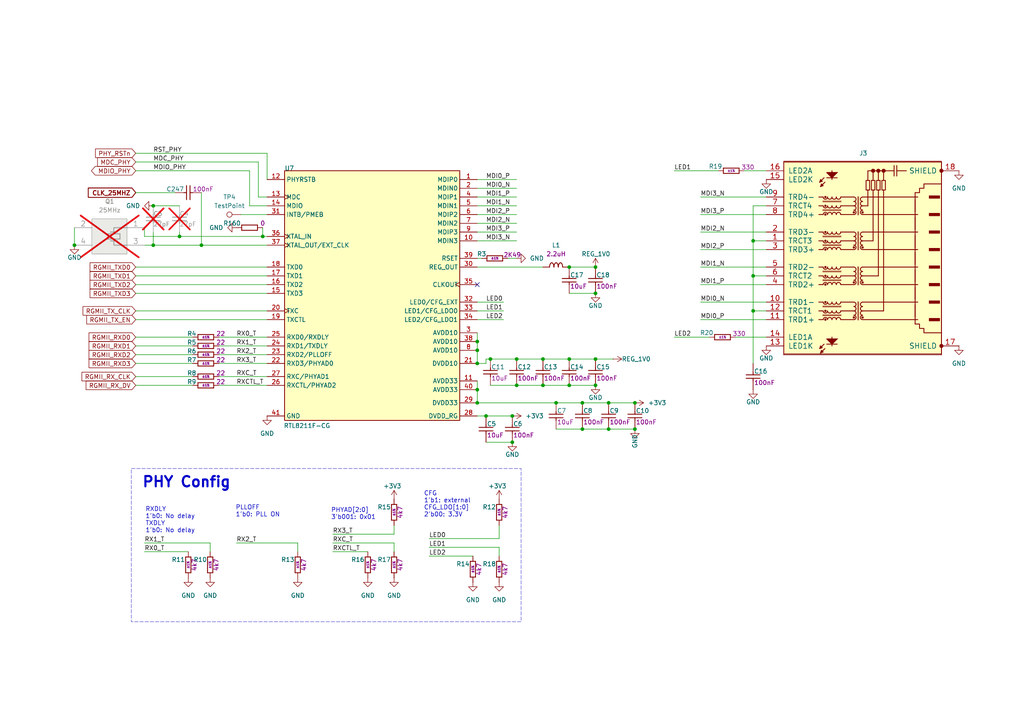
<source format=kicad_sch>
(kicad_sch (version 20250114) (generator "eeschema") (generator_version "9.0")
  (paper "A4")
  (bus_alias "RGMII" (members "RX0" "RX1" "RX2" "RX3" "RXC" "RXCTL" "TX0" "TX1" "TX2" "TX3" "TXC" "TXCTL"))
  (rectangle (start 38.1 135.89) (end 151.13 180.34) (stroke (width 0.1) (type dash)))
  (text "PLLOFF\n1'b0: PLL ON" (at 68.326 148.336 0) (effects (font (size 1.27 1.27)) (justify left)))
  (text "PHY Config" (at 54.102 139.954 0) (effects (font (size 3 3) (thickness 0.6) (bold yes))))
  (text "CFG\n1'b1: external\nCFG_LDO[1:0]\n2'b00: 3.3V" (at 122.936 146.304 0) (effects (font (size 1.27 1.27)) (justify left)))
  (text "RXDLY\n1'b0: No delay\nTXDLY\n1'b0: No delay" (at 42.164 150.876 0) (effects (font (size 1.27 1.27)) (justify left)))
  (text "PHYAD[2:0]\n3'b001: 0x01" (at 96.012 149.098 0) (effects (font (size 1.27 1.27)) (justify left)))
  (junction (at 165.1 104.14))
  (junction (at 21.59 71.12))
  (junction (at 157.48 111.76))
  (junction (at 218.44 69.85))
  (junction (at 76.2 68.58))
  (junction (at 168.91 124.46))
  (junction (at 138.43 116.84))
  (junction (at 58.42 71.12))
  (junction (at 172.72 111.76))
  (junction (at 218.44 80.01))
  (junction (at 184.15 124.46))
  (junction (at 184.15 116.84))
  (junction (at 165.1 111.76))
  (junction (at 172.72 104.14))
  (junction (at 172.72 77.47))
  (junction (at 148.59 120.65))
  (junction (at 165.1 77.47))
  (junction (at 138.43 99.06))
  (junction (at 138.43 101.6))
  (junction (at 142.24 104.14))
  (junction (at 218.44 90.17))
  (junction (at 149.86 111.76))
  (junction (at 176.53 116.84))
  (junction (at 52.07 68.58))
  (junction (at 148.59 128.27))
  (junction (at 44.45 59.69))
  (junction (at 168.91 116.84))
  (junction (at 176.53 124.46))
  (junction (at 172.72 85.09))
  (junction (at 138.43 105.41))
  (junction (at 149.86 104.14))
  (junction (at 157.48 104.14))
  (junction (at 44.45 71.12))
  (junction (at 161.29 116.84))
  (junction (at 138.43 113.03))
  (junction (at 140.97 120.65))
  (no_connect (at 138.43 82.55))
  (wire (pts (xy 39.37 44.45) (xy 77.47 44.45)))
  (wire (pts (xy 218.44 80.01) (xy 218.44 90.17)))
  (wire (pts (xy 124.46 158.75) (xy 144.78 158.75)))
  (wire (pts (xy 218.44 69.85) (xy 218.44 80.01)))
  (wire (pts (xy 63.5 105.41) (xy 77.47 105.41)))
  (wire (pts (xy 203.2 77.47) (xy 222.25 77.47)))
  (wire (pts (xy 138.43 101.6) (xy 138.43 105.41)))
  (wire (pts (xy 168.91 124.46) (xy 161.29 124.46)))
  (wire (pts (xy 161.29 116.84) (xy 168.91 116.84)))
  (wire (pts (xy 203.2 82.55) (xy 222.25 82.55)))
  (wire (pts (xy 218.44 80.01) (xy 222.25 80.01)))
  (wire (pts (xy 74.93 57.15) (xy 74.93 46.99)))
  (wire (pts (xy 203.2 67.31) (xy 222.25 67.31)))
  (wire (pts (xy 149.86 111.76) (xy 157.48 111.76)))
  (wire (pts (xy 138.43 99.06) (xy 138.43 101.6)))
  (wire (pts (xy 96.52 157.48) (xy 114.3 157.48)))
  (wire (pts (xy 138.43 110.49) (xy 138.43 113.03)))
  (wire (pts (xy 138.43 74.93) (xy 139.7 74.93)))
  (wire (pts (xy 218.44 90.17) (xy 218.44 105.41)))
  (wire (pts (xy 138.43 52.07) (xy 149.86 52.07)))
  (wire (pts (xy 138.43 113.03) (xy 138.43 116.84)))
  (wire (pts (xy 218.44 90.17) (xy 222.25 90.17)))
  (wire (pts (xy 203.2 87.63) (xy 222.25 87.63)))
  (wire (pts (xy 39.37 92.71) (xy 77.47 92.71)))
  (wire (pts (xy 44.45 59.69) (xy 52.07 59.69)))
  (wire (pts (xy 124.46 156.21) (xy 144.78 156.21)))
  (wire (pts (xy 41.91 160.02) (xy 54.61 160.02)))
  (wire (pts (xy 39.37 46.99) (xy 74.93 46.99)))
  (wire (pts (xy 138.43 120.65) (xy 140.97 120.65)))
  (wire (pts (xy 39.37 55.88) (xy 50.8 55.88)))
  (wire (pts (xy 77.47 57.15) (xy 74.93 57.15)))
  (wire (pts (xy 168.91 124.46) (xy 176.53 124.46)))
  (wire (pts (xy 148.59 128.27) (xy 140.97 128.27)))
  (wire (pts (xy 39.37 102.87) (xy 55.88 102.87)))
  (wire (pts (xy 140.97 104.14) (xy 140.97 105.41)))
  (wire (pts (xy 63.5 100.33) (xy 77.47 100.33)))
  (wire (pts (xy 138.43 54.61) (xy 149.86 54.61)))
  (wire (pts (xy 138.43 59.69) (xy 149.86 59.69)))
  (wire (pts (xy 215.9 49.53) (xy 222.25 49.53)))
  (wire (pts (xy 77.47 68.58) (xy 76.2 68.58)))
  (wire (pts (xy 52.07 67.31) (xy 52.07 68.58)))
  (wire (pts (xy 41.91 71.12) (xy 44.45 71.12)))
  (wire (pts (xy 149.86 104.14) (xy 157.48 104.14)))
  (wire (pts (xy 203.2 62.23) (xy 222.25 62.23)))
  (wire (pts (xy 138.43 96.52) (xy 138.43 99.06)))
  (wire (pts (xy 157.48 111.76) (xy 165.1 111.76)))
  (wire (pts (xy 157.48 104.14) (xy 165.1 104.14)))
  (wire (pts (xy 96.52 154.94) (xy 114.3 154.94)))
  (wire (pts (xy 144.78 158.75) (xy 144.78 161.29)))
  (wire (pts (xy 138.43 64.77) (xy 149.86 64.77)))
  (wire (pts (xy 76.2 68.58) (xy 52.07 68.58)))
  (wire (pts (xy 72.39 59.69) (xy 72.39 49.53)))
  (wire (pts (xy 165.1 77.47) (xy 172.72 77.47)))
  (wire (pts (xy 147.32 74.93) (xy 149.86 74.93)))
  (wire (pts (xy 172.72 85.09) (xy 165.1 85.09)))
  (wire (pts (xy 124.46 161.29) (xy 137.16 161.29)))
  (wire (pts (xy 165.1 104.14) (xy 172.72 104.14)))
  (wire (pts (xy 203.2 57.15) (xy 222.25 57.15)))
  (wire (pts (xy 58.42 55.88) (xy 58.42 71.12)))
  (wire (pts (xy 114.3 154.94) (xy 114.3 152.4)))
  (wire (pts (xy 138.43 62.23) (xy 149.86 62.23)))
  (wire (pts (xy 21.59 66.04) (xy 21.59 71.12)))
  (wire (pts (xy 138.43 67.31) (xy 149.86 67.31)))
  (wire (pts (xy 60.96 157.48) (xy 60.96 160.02)))
  (wire (pts (xy 195.58 97.79) (xy 205.74 97.79)))
  (wire (pts (xy 77.47 52.07) (xy 77.47 44.45)))
  (wire (pts (xy 39.37 90.17) (xy 77.47 90.17)))
  (wire (pts (xy 176.53 116.84) (xy 184.15 116.84)))
  (wire (pts (xy 41.91 157.48) (xy 60.96 157.48)))
  (wire (pts (xy 222.25 59.69) (xy 218.44 59.69)))
  (wire (pts (xy 39.37 105.41) (xy 55.88 105.41)))
  (wire (pts (xy 44.45 71.12) (xy 58.42 71.12)))
  (wire (pts (xy 172.72 104.14) (xy 177.8 104.14)))
  (wire (pts (xy 63.5 102.87) (xy 77.47 102.87)))
  (wire (pts (xy 213.36 97.79) (xy 222.25 97.79)))
  (wire (pts (xy 63.5 111.76) (xy 77.47 111.76)))
  (wire (pts (xy 138.43 57.15) (xy 149.86 57.15)))
  (wire (pts (xy 203.2 92.71) (xy 222.25 92.71)))
  (wire (pts (xy 168.91 116.84) (xy 176.53 116.84)))
  (wire (pts (xy 39.37 109.22) (xy 55.88 109.22)))
  (wire (pts (xy 138.43 92.71) (xy 146.05 92.71)))
  (wire (pts (xy 140.97 105.41) (xy 138.43 105.41)))
  (wire (pts (xy 138.43 77.47) (xy 157.48 77.47)))
  (wire (pts (xy 39.37 85.09) (xy 77.47 85.09)))
  (wire (pts (xy 41.91 68.58) (xy 41.91 66.04)))
  (wire (pts (xy 39.37 49.53) (xy 72.39 49.53)))
  (wire (pts (xy 142.24 104.14) (xy 149.86 104.14)))
  (wire (pts (xy 140.97 104.14) (xy 142.24 104.14)))
  (wire (pts (xy 86.36 157.48) (xy 86.36 160.02)))
  (wire (pts (xy 138.43 69.85) (xy 149.86 69.85)))
  (wire (pts (xy 140.97 120.65) (xy 148.59 120.65)))
  (wire (pts (xy 39.37 80.01) (xy 77.47 80.01)))
  (wire (pts (xy 195.58 49.53) (xy 208.28 49.53)))
  (wire (pts (xy 39.37 100.33) (xy 55.88 100.33)))
  (wire (pts (xy 138.43 116.84) (xy 161.29 116.84)))
  (wire (pts (xy 69.85 62.23) (xy 77.47 62.23)))
  (wire (pts (xy 142.24 111.76) (xy 149.86 111.76)))
  (wire (pts (xy 218.44 69.85) (xy 222.25 69.85)))
  (wire (pts (xy 39.37 111.76) (xy 55.88 111.76)))
  (wire (pts (xy 76.2 66.04) (xy 76.2 68.58)))
  (wire (pts (xy 63.5 97.79) (xy 77.47 97.79)))
  (wire (pts (xy 77.47 59.69) (xy 72.39 59.69)))
  (wire (pts (xy 138.43 87.63) (xy 146.05 87.63)))
  (wire (pts (xy 176.53 124.46) (xy 184.15 124.46)))
  (wire (pts (xy 39.37 77.47) (xy 77.47 77.47)))
  (wire (pts (xy 44.45 67.31) (xy 44.45 71.12)))
  (wire (pts (xy 114.3 157.48) (xy 114.3 160.02)))
  (wire (pts (xy 63.5 109.22) (xy 77.47 109.22)))
  (wire (pts (xy 218.44 59.69) (xy 218.44 69.85)))
  (wire (pts (xy 165.1 111.76) (xy 172.72 111.76)))
  (wire (pts (xy 52.07 68.58) (xy 41.91 68.58)))
  (wire (pts (xy 138.43 90.17) (xy 146.05 90.17)))
  (wire (pts (xy 144.78 156.21) (xy 144.78 152.4)))
  (wire (pts (xy 58.42 71.12) (xy 77.47 71.12)))
  (wire (pts (xy 68.58 157.48) (xy 86.36 157.48)))
  (wire (pts (xy 203.2 72.39) (xy 222.25 72.39)))
  (wire (pts (xy 96.52 160.02) (xy 106.68 160.02)))
  (wire (pts (xy 39.37 97.79) (xy 55.88 97.79)))
  (wire (pts (xy 39.37 82.55) (xy 77.47 82.55)))
  (label "MDI0_N" (at 140.97 54.61 0))
  (label "MDC_PHY" (at 44.45 46.99 0))
  (label "MDI2_N" (at 203.2 67.31 0))
  (label "LED0" (at 124.46 156.21 0))
  (label "MDI2_P" (at 140.97 62.23 0))
  (label "RXC_T" (at 68.58 109.22 0))
  (label "LED1" (at 140.97 90.17 0))
  (label "MDI2_P" (at 203.2 72.39 0))
  (label "MDI3_P" (at 140.97 67.31 0))
  (label "RXCTL_T" (at 68.58 111.76 0))
  (label "LED2" (at 124.46 161.29 0))
  (label "LED0" (at 140.97 87.63 0))
  (label "MDI1_N" (at 140.97 59.69 0))
  (label "RST_PHY" (at 44.45 44.45 0))
  (label "MDI0_P" (at 140.97 52.07 0))
  (label "LED2" (at 195.58 97.79 0))
  (label "MDI1_P" (at 140.97 57.15 0))
  (label "LED1" (at 124.46 158.75 0))
  (label "MDIO_PHY" (at 44.45 49.53 0))
  (label "MDI1_N" (at 203.2 77.47 0))
  (label "RX2_T" (at 68.58 102.87 0))
  (label "RX1_T" (at 41.91 157.48 0))
  (label "MDI0_P" (at 203.2 92.71 0))
  (label "MDI3_P" (at 203.2 62.23 0))
  (label "MDI2_N" (at 140.97 64.77 0))
  (label "RXCTL_T" (at 96.52 160.02 0))
  (label "RX2_T" (at 68.58 157.48 0))
  (label "RX0_T" (at 68.58 97.79 0))
  (label "LED2" (at 140.97 92.71 0))
  (label "MDI1_P" (at 203.2 82.55 0))
  (label "MDI3_N" (at 140.97 69.85 0))
  (label "RX0_T" (at 41.91 160.02 0))
  (label "LED1" (at 195.58 49.53 0))
  (label "RXC_T" (at 96.52 157.48 0))
  (label "RX3_T" (at 96.52 154.94 0))
  (label "RX1_T" (at 68.58 100.33 0))
  (label "RX3_T" (at 68.58 105.41 0))
  (label "MDI0_N" (at 203.2 87.63 0))
  (label "MDI3_N" (at 203.2 57.15 0))
  (global_label "RGMII_TXD2" (shape input) (at 39.37 82.55 180) (effects (font (thickness 0.1588))) (property "Intersheetrefs" "${INTERSHEET_REFS}" (effects (hide yes))))
  (global_label "RGMII_TXD3" (shape input) (at 39.37 85.09 180) (effects (font (thickness 0.1588))) (property "Intersheetrefs" "${INTERSHEET_REFS}" (effects (hide yes))))
  (global_label "RGMII_RXD2" (shape input) (at 39.37 102.87 180) (effects (font (thickness 0.1588))) (property "Intersheetrefs" "${INTERSHEET_REFS}" (effects (hide yes))))
  (global_label "RGMII_RXD0" (shape input) (at 39.37 97.79 180) (effects (font (thickness 0.1588))) (property "Intersheetrefs" "${INTERSHEET_REFS}" (effects (hide yes))))
  (global_label "RGMII_RX_CLK" (shape input) (at 39.37 109.22 180) (effects (font (thickness 0.1588))) (property "Intersheetrefs" "${INTERSHEET_REFS}" (effects (hide yes))))
  (global_label "PHY_RSTn" (shape input) (at 39.37 44.45 180) (effects (font (thickness 0.1588))) (property "Intersheetrefs" "${INTERSHEET_REFS}" (effects (hide yes))))
  (global_label "RGMII_RXD1" (shape input) (at 39.37 100.33 180) (effects (font (thickness 0.1588))) (property "Intersheetrefs" "${INTERSHEET_REFS}" (effects (hide yes))))
  (global_label "RGMII_TXD1" (shape input) (at 39.37 80.01 180) (effects (font (thickness 0.1588))) (property "Intersheetrefs" "${INTERSHEET_REFS}" (effects (hide yes))))
  (global_label "MDIO_PHY" (shape bidirectional) (at 39.37 49.53 180) (property "Intersheetrefs" "${INTERSHEET_REFS}" (effects (hide yes))))
  (global_label "CLK_25MHZ" (shape input) (at 39.37 55.88 180) (effects (font (thickness 0.254) (bold yes))) (property "Intersheetrefs" "${INTERSHEET_REFS}" (effects (hide yes))))
  (global_label "RGMII_RXD3" (shape input) (at 39.37 105.41 180) (effects (font (thickness 0.1588))) (property "Intersheetrefs" "${INTERSHEET_REFS}" (effects (hide yes))))
  (global_label "RGMII_RX_DV" (shape input) (at 39.37 111.76 180) (effects (font (thickness 0.1588))) (property "Intersheetrefs" "${INTERSHEET_REFS}" (effects (hide yes))))
  (global_label "RGMII_TX_EN" (shape input) (at 39.37 92.71 180) (effects (font (thickness 0.1588))) (property "Intersheetrefs" "${INTERSHEET_REFS}" (effects (hide yes))))
  (global_label "MDC_PHY" (shape input) (at 39.37 46.99 180) (property "Intersheetrefs" "${INTERSHEET_REFS}" (effects (hide yes))))
  (global_label "RGMII_TXD0" (shape input) (at 39.37 77.47 180) (effects (font (thickness 0.1588))) (property "Intersheetrefs" "${INTERSHEET_REFS}" (effects (hide yes))))
  (global_label "RGMII_TX_CLK" (shape input) (at 39.37 90.17 180) (effects (font (thickness 0.1588))) (property "Intersheetrefs" "${INTERSHEET_REFS}" (effects (hide yes))))
  (symbol (lib_id "power:GND") (at 114.3 167.64 0) (unit 1)
    (property "Reference" "#PWR029" (effects (hide yes)))
    (property "Value" "GND" (at 114.3 172.72 0))
    (property "Description" "Power symbol creates a global label with name \"GND\" , ground" (effects (hide yes)))
  )
  (symbol (lib_id "power:GND") (at 54.61 167.64 0) (unit 1)
    (property "Reference" "#PWR022" (effects (hide yes)))
    (property "Value" "GND" (at 54.61 172.72 0))
    (property "Description" "Power symbol creates a global label with name \"GND\" , ground" (effects (hide yes)))
  )
  (symbol (lib_id "power:GND") (at 278.13 49.53 0) (unit 1)
    (property "Reference" "#PWR012" (effects (hide yes)))
    (property "Value" "GND" (at 278.13 54.61 0))
    (property "Description" "Power symbol creates a global label with name \"GND\" , ground" (effects (hide yes)))
  )
  (symbol (lib_id "power:GND") (at 218.44 113.03 0) (unit 1)
    (property "Reference" "#PWR019" (effects (hide yes)))
    (property "Value" "GND" (at 218.44 116.586 0))
    (property "Description" "Power symbol creates a global label with name \"GND\" , ground" (effects (hide yes)))
  )
  (symbol (lib_id "Capacitors SMD:CC0402_100NF_50V_10%_X7R") (at 148.59 128.27 90) (unit 1)
    (property "Reference" "C6" (at 148.844 122.936 90) (effects (justify right)))
    (property "Value" "CC0402_100NF_50V_10%_X7R" (effects (hide yes)))
    (property "Footprint" "Capacitors SMD:CAPC1005X55N" (effects (hide yes)))
    (property "Datasheet" "\\\\cern.ch\\dfs\\Applications\\Altium\\Datasheets\\CC0402_MURATA_GRM155R71H104KE14D.pdf" (effects (hide yes)))
    (property "Description" "SMD Multilayer Chip Ceramic Capacitor" (effects (hide yes)))
    (property "Val" "100nF" (at 148.844 126.238 90) (effects (justify right)))
    (property "Part Number" "CC0402_100NF_50V_10%_X7R" (effects (hide yes)))
    (property "Library Ref" "Capacitor - non polarized" (effects (hide yes)))
    (property "Library Path" "SchLib\\Capacitors.SchLib" (effects (hide yes)))
    (property "Comment" "100nF" (effects (hide yes)))
    (property "Component Kind" "Standard" (effects (hide yes)))
    (property "Component Type" "Standard" (effects (hide yes)))
    (property "Pin Count" "2" (effects (hide yes)))
    (property "Footprint Path" "PcbLib\\Capacitors SMD.PcbLib" (effects (hide yes)))
    (property "Footprint Ref" "CAPC1005X55N" (effects (hide yes)))
    (property "PackageDescription" " " (effects (hide yes)))
    (property "Status" "None" (effects (hide yes)))
    (property "Status Comment" " " (effects (hide yes)))
    (property "Voltage" "50V" (effects (hide yes)))
    (property "TC" "X7R" (effects (hide yes)))
    (property "Tolerance" "±10%" (effects (hide yes)))
    (property "Part Description" "SMD Multilayer Chip Ceramic Capacitor" (effects (hide yes)))
    (property "Manufacturer" "GENERIC" (effects (hide yes)))
    (property "Manufacturer Part Number" "CC0402_100NF_50V_10%_X7R" (effects (hide yes)))
    (property "Case" "0402" (effects (hide yes)))
    (property "Mounted" "Yes" (effects (hide yes)))
    (property "Socket" "No" (effects (hide yes)))
    (property "SMD" "Yes" (effects (hide yes)))
    (property "PressFit" " " (effects (hide yes)))
    (property "Sense" "No" (effects (hide yes)))
    (property "Sense Comment" " " (effects (hide yes)))
    (property "ComponentHeight" " " (effects (hide yes)))
    (property "Manufacturer1 Example" "MURATA" (effects (hide yes)))
    (property "Manufacturer1 Part Number" "GRM155R71H104KE14D" (effects (hide yes)))
    (property "Manufacturer1 ComponentHeight" "0.55mm" (effects (hide yes)))
    (property "HelpURL" "\\\\cern.ch\\dfs\\Applications\\Altium\\Datasheets\\CC0402_MURATA_GRM155R71H104KE14D.pdf" (effects (hide yes)))
    (property "Author" "CERN DEM MR" (effects (hide yes)))
    (property "CreateDate" "06/30/17 00:00:00" (effects (hide yes)))
    (property "LatestRevisionDate" "06/30/17 00:00:00" (effects (hide yes)))
    (property "Database Table Name" "Capacitors" (effects (hide yes)))
    (property "Library Name" "Capacitors SMD" (effects (hide yes)))
    (property "Footprint Library" "Capacitors SMD" (effects (hide yes)))
    (property "License" "CC-BY-SA 4.0" (effects (hide yes)))
  )
  (symbol (lib_id "Capacitors SMD:CC0402_100NF_50V_10%_X7R") (at 168.91 124.46 90) (unit 1)
    (property "Reference" "C8" (at 169.164 119.126 90) (effects (justify right)))
    (property "Value" "CC0402_100NF_50V_10%_X7R" (effects (hide yes)))
    (property "Footprint" "Capacitors SMD:CAPC1005X55N" (effects (hide yes)))
    (property "Datasheet" "\\\\cern.ch\\dfs\\Applications\\Altium\\Datasheets\\CC0402_MURATA_GRM155R71H104KE14D.pdf" (effects (hide yes)))
    (property "Description" "SMD Multilayer Chip Ceramic Capacitor" (effects (hide yes)))
    (property "Val" "100nF" (at 169.164 122.428 90) (effects (justify right)))
    (property "Part Number" "CC0402_100NF_50V_10%_X7R" (effects (hide yes)))
    (property "Library Ref" "Capacitor - non polarized" (effects (hide yes)))
    (property "Library Path" "SchLib\\Capacitors.SchLib" (effects (hide yes)))
    (property "Comment" "100nF" (effects (hide yes)))
    (property "Component Kind" "Standard" (effects (hide yes)))
    (property "Component Type" "Standard" (effects (hide yes)))
    (property "Pin Count" "2" (effects (hide yes)))
    (property "Footprint Path" "PcbLib\\Capacitors SMD.PcbLib" (effects (hide yes)))
    (property "Footprint Ref" "CAPC1005X55N" (effects (hide yes)))
    (property "PackageDescription" " " (effects (hide yes)))
    (property "Status" "None" (effects (hide yes)))
    (property "Status Comment" " " (effects (hide yes)))
    (property "Voltage" "50V" (effects (hide yes)))
    (property "TC" "X7R" (effects (hide yes)))
    (property "Tolerance" "±10%" (effects (hide yes)))
    (property "Part Description" "SMD Multilayer Chip Ceramic Capacitor" (effects (hide yes)))
    (property "Manufacturer" "GENERIC" (effects (hide yes)))
    (property "Manufacturer Part Number" "CC0402_100NF_50V_10%_X7R" (effects (hide yes)))
    (property "Case" "0402" (effects (hide yes)))
    (property "Mounted" "Yes" (effects (hide yes)))
    (property "Socket" "No" (effects (hide yes)))
    (property "SMD" "Yes" (effects (hide yes)))
    (property "PressFit" " " (effects (hide yes)))
    (property "Sense" "No" (effects (hide yes)))
    (property "Sense Comment" " " (effects (hide yes)))
    (property "ComponentHeight" " " (effects (hide yes)))
    (property "Manufacturer1 Example" "MURATA" (effects (hide yes)))
    (property "Manufacturer1 Part Number" "GRM155R71H104KE14D" (effects (hide yes)))
    (property "Manufacturer1 ComponentHeight" "0.55mm" (effects (hide yes)))
    (property "HelpURL" "\\\\cern.ch\\dfs\\Applications\\Altium\\Datasheets\\CC0402_MURATA_GRM155R71H104KE14D.pdf" (effects (hide yes)))
    (property "Author" "CERN DEM MR" (effects (hide yes)))
    (property "CreateDate" "06/30/17 00:00:00" (effects (hide yes)))
    (property "LatestRevisionDate" "06/30/17 00:00:00" (effects (hide yes)))
    (property "Database Table Name" "Capacitors" (effects (hide yes)))
    (property "Library Name" "Capacitors SMD" (effects (hide yes)))
    (property "Footprint Library" "Capacitors SMD" (effects (hide yes)))
    (property "License" "CC-BY-SA 4.0" (effects (hide yes)))
  )
  (symbol (lib_id "Resistors SMD:R0402_4K7_1%_0.0625W_100PPM") (at 144.78 168.91 90) (unit 1)
    (property "Reference" "R18" (at 139.954 163.576 90) (effects (justify right)))
    (property "Value" "R0402_4K7_1%_0.0625W_100PPM" (effects (hide yes)))
    (property "Footprint" "Resistors SMD:RESC1005X40N" (effects (hide yes)))
    (property "Datasheet" "\\\\cern.ch\\dfs\\Applications\\Altium\\Datasheets\\R0402_Phycomp_RC0402.pdf" (effects (hide yes)))
    (property "Description" "General Purpose Thick Film Chip Resistor" (effects (hide yes)))
    (property "Tolerance" "±1%" (at 144.78 165.1 0) (effects (font (size 0.635 0.635))))
    (property "Val" "4k7" (at 146.558 165.1 0))
    (property "Part Number" "R0402_4K7_1%_0.0625W_100PPM" (effects (hide yes)))
    (property "Library Ref" "Resistor - 1%" (effects (hide yes)))
    (property "Library Path" "SchLib\\Resistors.SchLib" (effects (hide yes)))
    (property "Comment" "4k7" (effects (hide yes)))
    (property "Component Kind" "Standard" (effects (hide yes)))
    (property "Component Type" "Standard" (effects (hide yes)))
    (property "PackageDescription" " " (effects (hide yes)))
    (property "Pin Count" "2" (effects (hide yes)))
    (property "Footprint Path" "PcbLib\\Resistors SMD.PcbLib" (effects (hide yes)))
    (property "Footprint Ref" "RESC1005X40N" (effects (hide yes)))
    (property "Status" "Not Recommended" (effects (hide yes)))
    (property "Power" "0.0625W" (effects (hide yes)))
    (property "TC" "±100ppm/°C" (effects (hide yes)))
    (property "Voltage" " " (effects (hide yes)))
    (property "Part Description" "General Purpose Thick Film Chip Resistor" (effects (hide yes)))
    (property "Manufacturer" "GENERIC" (effects (hide yes)))
    (property "Manufacturer Part Number" "R0402_4K7_1%_0.0625W_100PPM" (effects (hide yes)))
    (property "Case" "0402" (effects (hide yes)))
    (property "PressFit" "No" (effects (hide yes)))
    (property "Mounted" "Yes" (effects (hide yes)))
    (property "Sense Comment" " " (effects (hide yes)))
    (property "Sense" "No" (effects (hide yes)))
    (property "Status Comment" " " (effects (hide yes)))
    (property "Socket" "No" (effects (hide yes)))
    (property "SMD" "Yes" (effects (hide yes)))
    (property "ComponentHeight" " " (effects (hide yes)))
    (property "Manufacturer1 Example" "YAGEO PHYCOMP" (effects (hide yes)))
    (property "Manufacturer1 Part Number" "232270674702L" (effects (hide yes)))
    (property "Manufacturer1 ComponentHeight" "0.4mm" (effects (hide yes)))
    (property "HelpURL" "\\\\cern.ch\\dfs\\Applications\\Altium\\Datasheets\\R0402_Phycomp_RC0402.pdf" (effects (hide yes)))
    (property "Author" "CERN DEM JLC" (effects (hide yes)))
    (property "CreateDate" "12/03/07 00:00:00" (effects (hide yes)))
    (property "LatestRevisionDate" "10/17/12 00:00:00" (effects (hide yes)))
    (property "Database Table Name" "Resistors" (effects (hide yes)))
    (property "Library Name" "Resistors SMD" (effects (hide yes)))
    (property "Footprint Library" "Resistors SMD" (effects (hide yes)))
    (property "License" "CC-BY-SA 4.0" (effects (hide yes)))
  )
  (symbol (lib_id "Resistors SMD:R0402_4K7_1%_0.0625W_100PPM") (at 106.68 167.64 90) (unit 1)
    (property "Reference" "R16" (at 101.854 162.306 90) (effects (justify right)))
    (property "Value" "R0402_4K7_1%_0.0625W_100PPM" (effects (hide yes)))
    (property "Footprint" "Resistors SMD:RESC1005X40N" (effects (hide yes)))
    (property "Datasheet" "\\\\cern.ch\\dfs\\Applications\\Altium\\Datasheets\\R0402_Phycomp_RC0402.pdf" (effects (hide yes)))
    (property "Description" "General Purpose Thick Film Chip Resistor" (effects (hide yes)))
    (property "Tolerance" "±1%" (at 106.68 163.83 0) (effects (font (size 0.635 0.635))))
    (property "Val" "4k7" (at 108.458 163.83 0))
    (property "Part Number" "R0402_4K7_1%_0.0625W_100PPM" (effects (hide yes)))
    (property "Library Ref" "Resistor - 1%" (effects (hide yes)))
    (property "Library Path" "SchLib\\Resistors.SchLib" (effects (hide yes)))
    (property "Comment" "4k7" (effects (hide yes)))
    (property "Component Kind" "Standard" (effects (hide yes)))
    (property "Component Type" "Standard" (effects (hide yes)))
    (property "PackageDescription" " " (effects (hide yes)))
    (property "Pin Count" "2" (effects (hide yes)))
    (property "Footprint Path" "PcbLib\\Resistors SMD.PcbLib" (effects (hide yes)))
    (property "Footprint Ref" "RESC1005X40N" (effects (hide yes)))
    (property "Status" "Not Recommended" (effects (hide yes)))
    (property "Power" "0.0625W" (effects (hide yes)))
    (property "TC" "±100ppm/°C" (effects (hide yes)))
    (property "Voltage" " " (effects (hide yes)))
    (property "Part Description" "General Purpose Thick Film Chip Resistor" (effects (hide yes)))
    (property "Manufacturer" "GENERIC" (effects (hide yes)))
    (property "Manufacturer Part Number" "R0402_4K7_1%_0.0625W_100PPM" (effects (hide yes)))
    (property "Case" "0402" (effects (hide yes)))
    (property "PressFit" "No" (effects (hide yes)))
    (property "Mounted" "Yes" (effects (hide yes)))
    (property "Sense Comment" " " (effects (hide yes)))
    (property "Sense" "No" (effects (hide yes)))
    (property "Status Comment" " " (effects (hide yes)))
    (property "Socket" "No" (effects (hide yes)))
    (property "SMD" "Yes" (effects (hide yes)))
    (property "ComponentHeight" " " (effects (hide yes)))
    (property "Manufacturer1 Example" "YAGEO PHYCOMP" (effects (hide yes)))
    (property "Manufacturer1 Part Number" "232270674702L" (effects (hide yes)))
    (property "Manufacturer1 ComponentHeight" "0.4mm" (effects (hide yes)))
    (property "HelpURL" "\\\\cern.ch\\dfs\\Applications\\Altium\\Datasheets\\R0402_Phycomp_RC0402.pdf" (effects (hide yes)))
    (property "Author" "CERN DEM JLC" (effects (hide yes)))
    (property "CreateDate" "12/03/07 00:00:00" (effects (hide yes)))
    (property "LatestRevisionDate" "10/17/12 00:00:00" (effects (hide yes)))
    (property "Database Table Name" "Resistors" (effects (hide yes)))
    (property "Library Name" "Resistors SMD" (effects (hide yes)))
    (property "Footprint Library" "Resistors SMD" (effects (hide yes)))
    (property "License" "CC-BY-SA 4.0" (effects (hide yes)))
  )
  (symbol (lib_id "power:GND") (at 184.15 124.46 0) (unit 1)
    (property "Reference" "#PWR015" (effects (hide yes)))
    (property "Value" "GND" (at 184.15 128.016 90))
    (property "Description" "Power symbol creates a global label with name \"GND\" , ground" (effects (hide yes)))
  )
  (symbol (lib_id "power:+1V0") (at 144.78 144.78 0) (unit 1)
    (property "Reference" "#PWR024" (effects (hide yes)))
    (property "Value" "+3V3" (at 144.272 140.97 0))
    (property "Description" "Power symbol creates a global label with name \"+1V0\"" (effects (hide yes)))
  )
  (symbol (lib_id "Resistors SMD:R0402_22R_1%_0.0625W_100PPM") (at 55.88 111.76 0) (unit 1)
    (property "Reference" "R9" (at 55.626 110.744 0))
    (property "Value" "R0402_22R_1%_0.0625W_100PPM" (effects (hide yes)))
    (property "Footprint" "Resistors SMD:RESC1005X40N" (effects (hide yes)))
    (property "Datasheet" "\\\\cern.ch\\dfs\\Applications\\Altium\\Datasheets\\R0402_Phycomp_RC0402.pdf" (effects (hide yes)))
    (property "Description" "General Purpose Thick Film Chip Resistor" (effects (hide yes)))
    (property "Tolerance" "±1%" (at 59.69 111.76 0) (effects (font (size 0.635 0.635))))
    (property "Val" "22" (at 64.008 110.744 0))
    (property "Part Number" "R0402_22R_1%_0.0625W_100PPM" (effects (hide yes)))
    (property "Library Ref" "Resistor - 1%" (effects (hide yes)))
    (property "Library Path" "SchLib\\Resistors.SchLib" (effects (hide yes)))
    (property "Comment" "22" (effects (hide yes)))
    (property "Component Kind" "Standard" (effects (hide yes)))
    (property "Component Type" "Standard" (effects (hide yes)))
    (property "PackageDescription" " " (effects (hide yes)))
    (property "Pin Count" "2" (effects (hide yes)))
    (property "Footprint Path" "PcbLib\\Resistors SMD.PcbLib" (effects (hide yes)))
    (property "Footprint Ref" "RESC1005X40N" (effects (hide yes)))
    (property "Status" "Not Recommended" (effects (hide yes)))
    (property "Power" "0.0625W" (effects (hide yes)))
    (property "TC" "±100ppm/°C" (effects (hide yes)))
    (property "Voltage" " " (effects (hide yes)))
    (property "Part Description" "General Purpose Thick Film Chip Resistor" (effects (hide yes)))
    (property "Manufacturer" "GENERIC" (effects (hide yes)))
    (property "Manufacturer Part Number" "R0402_22R_1%_0.0625W_100PPM" (effects (hide yes)))
    (property "Case" "0402" (effects (hide yes)))
    (property "PressFit" "No" (effects (hide yes)))
    (property "Mounted" "Yes" (effects (hide yes)))
    (property "Sense Comment" " " (effects (hide yes)))
    (property "Sense" "No" (effects (hide yes)))
    (property "Status Comment" " " (effects (hide yes)))
    (property "Socket" "No" (effects (hide yes)))
    (property "SMD" "Yes" (effects (hide yes)))
    (property "ComponentHeight" " " (effects (hide yes)))
    (property "Manufacturer1 Example" "YAGEO PHYCOMP" (effects (hide yes)))
    (property "Manufacturer1 Part Number" "232270672209L" (effects (hide yes)))
    (property "Manufacturer1 ComponentHeight" "0.4mm" (effects (hide yes)))
    (property "HelpURL" "\\\\cern.ch\\dfs\\Applications\\Altium\\Datasheets\\R0402_Phycomp_RC0402.pdf" (effects (hide yes)))
    (property "Author" "CERN DEM JLC" (effects (hide yes)))
    (property "CreateDate" "12/03/07 00:00:00" (effects (hide yes)))
    (property "LatestRevisionDate" "10/17/12 00:00:00" (effects (hide yes)))
    (property "Database Table Name" "Resistors" (effects (hide yes)))
    (property "Library Name" "Resistors SMD" (effects (hide yes)))
    (property "Footprint Library" "Resistors SMD" (effects (hide yes)))
    (property "License" "CC-BY-SA 4.0" (effects (hide yes)))
  )
  (symbol (lib_id "Connector:TestPoint") (at 69.85 62.23 90) (unit 1)
    (property "Reference" "TP4" (at 66.548 57.15 90))
    (property "Value" "TestPoint" (at 66.548 59.69 90))
    (property "Footprint" "TestPoint:TestPoint_Pad_D1.5mm" (effects (hide yes)))
    (property "Description" "test point" (effects (hide yes)))
  )
  (symbol (lib_id "Capacitors SMD:CC0402_100NF_50V_10%_X7R") (at 149.86 111.76 90) (unit 1)
    (property "Reference" "C12" (at 150.114 106.426 90) (effects (justify right)))
    (property "Value" "CC0402_100NF_50V_10%_X7R" (effects (hide yes)))
    (property "Footprint" "Capacitors SMD:CAPC1005X55N" (effects (hide yes)))
    (property "Datasheet" "\\\\cern.ch\\dfs\\Applications\\Altium\\Datasheets\\CC0402_MURATA_GRM155R71H104KE14D.pdf" (effects (hide yes)))
    (property "Description" "SMD Multilayer Chip Ceramic Capacitor" (effects (hide yes)))
    (property "Val" "100nF" (at 150.114 109.728 90) (effects (justify right)))
    (property "Part Number" "CC0402_100NF_50V_10%_X7R" (effects (hide yes)))
    (property "Library Ref" "Capacitor - non polarized" (effects (hide yes)))
    (property "Library Path" "SchLib\\Capacitors.SchLib" (effects (hide yes)))
    (property "Comment" "100nF" (effects (hide yes)))
    (property "Component Kind" "Standard" (effects (hide yes)))
    (property "Component Type" "Standard" (effects (hide yes)))
    (property "Pin Count" "2" (effects (hide yes)))
    (property "Footprint Path" "PcbLib\\Capacitors SMD.PcbLib" (effects (hide yes)))
    (property "Footprint Ref" "CAPC1005X55N" (effects (hide yes)))
    (property "PackageDescription" " " (effects (hide yes)))
    (property "Status" "None" (effects (hide yes)))
    (property "Status Comment" " " (effects (hide yes)))
    (property "Voltage" "50V" (effects (hide yes)))
    (property "TC" "X7R" (effects (hide yes)))
    (property "Tolerance" "±10%" (effects (hide yes)))
    (property "Part Description" "SMD Multilayer Chip Ceramic Capacitor" (effects (hide yes)))
    (property "Manufacturer" "GENERIC" (effects (hide yes)))
    (property "Manufacturer Part Number" "CC0402_100NF_50V_10%_X7R" (effects (hide yes)))
    (property "Case" "0402" (effects (hide yes)))
    (property "Mounted" "Yes" (effects (hide yes)))
    (property "Socket" "No" (effects (hide yes)))
    (property "SMD" "Yes" (effects (hide yes)))
    (property "PressFit" " " (effects (hide yes)))
    (property "Sense" "No" (effects (hide yes)))
    (property "Sense Comment" " " (effects (hide yes)))
    (property "ComponentHeight" " " (effects (hide yes)))
    (property "Manufacturer1 Example" "MURATA" (effects (hide yes)))
    (property "Manufacturer1 Part Number" "GRM155R71H104KE14D" (effects (hide yes)))
    (property "Manufacturer1 ComponentHeight" "0.55mm" (effects (hide yes)))
    (property "HelpURL" "\\\\cern.ch\\dfs\\Applications\\Altium\\Datasheets\\CC0402_MURATA_GRM155R71H104KE14D.pdf" (effects (hide yes)))
    (property "Author" "CERN DEM MR" (effects (hide yes)))
    (property "CreateDate" "06/30/17 00:00:00" (effects (hide yes)))
    (property "LatestRevisionDate" "06/30/17 00:00:00" (effects (hide yes)))
    (property "Database Table Name" "Capacitors" (effects (hide yes)))
    (property "Library Name" "Capacitors SMD" (effects (hide yes)))
    (property "Footprint Library" "Capacitors SMD" (effects (hide yes)))
    (property "License" "CC-BY-SA 4.0" (effects (hide yes)))
  )
  (symbol (lib_id "power:GND") (at 278.13 100.33 0) (unit 1)
    (property "Reference" "#PWR011" (effects (hide yes)))
    (property "Value" "GND" (at 278.13 105.41 0))
    (property "Description" "Power symbol creates a global label with name \"GND\" , ground" (effects (hide yes)))
  )
  (symbol (lib_id "Resistors SMD:R0402_22R_1%_0.0625W_100PPM") (at 55.88 102.87 0) (unit 1)
    (property "Reference" "R6" (at 55.626 101.854 0))
    (property "Value" "R0402_22R_1%_0.0625W_100PPM" (effects (hide yes)))
    (property "Footprint" "Resistors SMD:RESC1005X40N" (effects (hide yes)))
    (property "Datasheet" "\\\\cern.ch\\dfs\\Applications\\Altium\\Datasheets\\R0402_Phycomp_RC0402.pdf" (effects (hide yes)))
    (property "Description" "General Purpose Thick Film Chip Resistor" (effects (hide yes)))
    (property "Tolerance" "±1%" (at 59.69 102.87 0) (effects (font (size 0.635 0.635))))
    (property "Val" "22" (at 64.008 101.854 0))
    (property "Part Number" "R0402_22R_1%_0.0625W_100PPM" (effects (hide yes)))
    (property "Library Ref" "Resistor - 1%" (effects (hide yes)))
    (property "Library Path" "SchLib\\Resistors.SchLib" (effects (hide yes)))
    (property "Comment" "22" (effects (hide yes)))
    (property "Component Kind" "Standard" (effects (hide yes)))
    (property "Component Type" "Standard" (effects (hide yes)))
    (property "PackageDescription" " " (effects (hide yes)))
    (property "Pin Count" "2" (effects (hide yes)))
    (property "Footprint Path" "PcbLib\\Resistors SMD.PcbLib" (effects (hide yes)))
    (property "Footprint Ref" "RESC1005X40N" (effects (hide yes)))
    (property "Status" "Not Recommended" (effects (hide yes)))
    (property "Power" "0.0625W" (effects (hide yes)))
    (property "TC" "±100ppm/°C" (effects (hide yes)))
    (property "Voltage" " " (effects (hide yes)))
    (property "Part Description" "General Purpose Thick Film Chip Resistor" (effects (hide yes)))
    (property "Manufacturer" "GENERIC" (effects (hide yes)))
    (property "Manufacturer Part Number" "R0402_22R_1%_0.0625W_100PPM" (effects (hide yes)))
    (property "Case" "0402" (effects (hide yes)))
    (property "PressFit" "No" (effects (hide yes)))
    (property "Mounted" "Yes" (effects (hide yes)))
    (property "Sense Comment" " " (effects (hide yes)))
    (property "Sense" "No" (effects (hide yes)))
    (property "Status Comment" " " (effects (hide yes)))
    (property "Socket" "No" (effects (hide yes)))
    (property "SMD" "Yes" (effects (hide yes)))
    (property "ComponentHeight" " " (effects (hide yes)))
    (property "Manufacturer1 Example" "YAGEO PHYCOMP" (effects (hide yes)))
    (property "Manufacturer1 Part Number" "232270672209L" (effects (hide yes)))
    (property "Manufacturer1 ComponentHeight" "0.4mm" (effects (hide yes)))
    (property "HelpURL" "\\\\cern.ch\\dfs\\Applications\\Altium\\Datasheets\\R0402_Phycomp_RC0402.pdf" (effects (hide yes)))
    (property "Author" "CERN DEM JLC" (effects (hide yes)))
    (property "CreateDate" "12/03/07 00:00:00" (effects (hide yes)))
    (property "LatestRevisionDate" "10/17/12 00:00:00" (effects (hide yes)))
    (property "Database Table Name" "Resistors" (effects (hide yes)))
    (property "Library Name" "Resistors SMD" (effects (hide yes)))
    (property "Footprint Library" "Resistors SMD" (effects (hide yes)))
    (property "License" "CC-BY-SA 4.0" (effects (hide yes)))
  )
  (symbol (lib_id "Resistors SMD:R0402_2K49_1%_0.063W_100PPM") (at 139.7 74.93 0) (unit 1)
    (property "Reference" "R3" (at 139.7 73.66 0))
    (property "Value" "R0402_2K49_1%_0.063W_100PPM" (effects (hide yes)))
    (property "Footprint" "Resistors SMD:RESC1005X40N" (effects (hide yes)))
    (property "Datasheet" "\\\\cern.ch\\dfs\\Applications\\Altium\\Datasheets\\R0402_VISHAY_CRCW e3.pdf" (effects (hide yes)))
    (property "Description" "General Purpose Thick Film Chip Resistor" (effects (hide yes)))
    (property "Tolerance" "±1%" (at 143.51 74.93 0) (effects (font (size 0.635 0.635))))
    (property "Val" "2K49" (at 148.59 73.914 0))
    (property "Part Number" "R0402_2K49_1%_0.063W_100PPM" (effects (hide yes)))
    (property "Library Ref" "Resistor - 1%" (effects (hide yes)))
    (property "Library Path" "SchLib\\Resistors.SchLib" (effects (hide yes)))
    (property "Comment" "2K49" (effects (hide yes)))
    (property "Component Kind" "Standard" (effects (hide yes)))
    (property "Component Type" "Standard" (effects (hide yes)))
    (property "PackageDescription" " " (effects (hide yes)))
    (property "Pin Count" "2" (effects (hide yes)))
    (property "Footprint Path" "PcbLib\\Resistors SMD.PcbLib" (effects (hide yes)))
    (property "Footprint Ref" "RESC1005X40N" (effects (hide yes)))
    (property "Status" "None" (effects (hide yes)))
    (property "Power" "0.063W" (effects (hide yes)))
    (property "TC" "±100ppm/°C" (effects (hide yes)))
    (property "Voltage" " " (effects (hide yes)))
    (property "Part Description" "General Purpose Thick Film Chip Resistor" (effects (hide yes)))
    (property "Manufacturer" "GENERIC" (effects (hide yes)))
    (property "Manufacturer Part Number" "R0402_2K49_1%_0.063W_100PPM" (effects (hide yes)))
    (property "Case" "0402" (effects (hide yes)))
    (property "PressFit" "No" (effects (hide yes)))
    (property "Mounted" "Yes" (effects (hide yes)))
    (property "Sense Comment" " " (effects (hide yes)))
    (property "Sense" "No" (effects (hide yes)))
    (property "Status Comment" " " (effects (hide yes)))
    (property "Socket" "No" (effects (hide yes)))
    (property "SMD" "Yes" (effects (hide yes)))
    (property "ComponentHeight" " " (effects (hide yes)))
    (property "Manufacturer1 Example" "VISHAY" (effects (hide yes)))
    (property "Manufacturer1 Part Number" "CRCW04022K49FK" (effects (hide yes)))
    (property "Manufacturer1 ComponentHeight" "0.4mm" (effects (hide yes)))
    (property "HelpURL" "\\\\cern.ch\\dfs\\Applications\\Altium\\Datasheets\\R0402_VISHAY_CRCW e3.pdf" (effects (hide yes)))
    (property "Author" "CERN DEM BC" (effects (hide yes)))
    (property "CreateDate" "01/10/20 00:00:00" (effects (hide yes)))
    (property "LatestRevisionDate" "01/10/20 00:00:00" (effects (hide yes)))
    (property "Database Table Name" "Resistors" (effects (hide yes)))
    (property "Library Name" "Resistors SMD" (effects (hide yes)))
    (property "Footprint Library" "Resistors SMD" (effects (hide yes)))
    (property "License" "CC-BY-SA 4.0" (effects (hide yes)))
  )
  (symbol (lib_id "Capacitors SMD:CC0402_100NF_50V_10%_X7R") (at 172.72 111.76 90) (unit 1)
    (property "Reference" "C15" (at 172.974 106.426 90) (effects (justify right)))
    (property "Value" "CC0402_100NF_50V_10%_X7R" (effects (hide yes)))
    (property "Footprint" "Capacitors SMD:CAPC1005X55N" (effects (hide yes)))
    (property "Datasheet" "\\\\cern.ch\\dfs\\Applications\\Altium\\Datasheets\\CC0402_MURATA_GRM155R71H104KE14D.pdf" (effects (hide yes)))
    (property "Description" "SMD Multilayer Chip Ceramic Capacitor" (effects (hide yes)))
    (property "Val" "100nF" (at 172.974 109.728 90) (effects (justify right)))
    (property "Part Number" "CC0402_100NF_50V_10%_X7R" (effects (hide yes)))
    (property "Library Ref" "Capacitor - non polarized" (effects (hide yes)))
    (property "Library Path" "SchLib\\Capacitors.SchLib" (effects (hide yes)))
    (property "Comment" "100nF" (effects (hide yes)))
    (property "Component Kind" "Standard" (effects (hide yes)))
    (property "Component Type" "Standard" (effects (hide yes)))
    (property "Pin Count" "2" (effects (hide yes)))
    (property "Footprint Path" "PcbLib\\Capacitors SMD.PcbLib" (effects (hide yes)))
    (property "Footprint Ref" "CAPC1005X55N" (effects (hide yes)))
    (property "PackageDescription" " " (effects (hide yes)))
    (property "Status" "None" (effects (hide yes)))
    (property "Status Comment" " " (effects (hide yes)))
    (property "Voltage" "50V" (effects (hide yes)))
    (property "TC" "X7R" (effects (hide yes)))
    (property "Tolerance" "±10%" (effects (hide yes)))
    (property "Part Description" "SMD Multilayer Chip Ceramic Capacitor" (effects (hide yes)))
    (property "Manufacturer" "GENERIC" (effects (hide yes)))
    (property "Manufacturer Part Number" "CC0402_100NF_50V_10%_X7R" (effects (hide yes)))
    (property "Case" "0402" (effects (hide yes)))
    (property "Mounted" "Yes" (effects (hide yes)))
    (property "Socket" "No" (effects (hide yes)))
    (property "SMD" "Yes" (effects (hide yes)))
    (property "PressFit" " " (effects (hide yes)))
    (property "Sense" "No" (effects (hide yes)))
    (property "Sense Comment" " " (effects (hide yes)))
    (property "ComponentHeight" " " (effects (hide yes)))
    (property "Manufacturer1 Example" "MURATA" (effects (hide yes)))
    (property "Manufacturer1 Part Number" "GRM155R71H104KE14D" (effects (hide yes)))
    (property "Manufacturer1 ComponentHeight" "0.55mm" (effects (hide yes)))
    (property "HelpURL" "\\\\cern.ch\\dfs\\Applications\\Altium\\Datasheets\\CC0402_MURATA_GRM155R71H104KE14D.pdf" (effects (hide yes)))
    (property "Author" "CERN DEM MR" (effects (hide yes)))
    (property "CreateDate" "06/30/17 00:00:00" (effects (hide yes)))
    (property "LatestRevisionDate" "06/30/17 00:00:00" (effects (hide yes)))
    (property "Database Table Name" "Capacitors" (effects (hide yes)))
    (property "Library Name" "Capacitors SMD" (effects (hide yes)))
    (property "Footprint Library" "Capacitors SMD" (effects (hide yes)))
    (property "License" "CC-BY-SA 4.0" (effects (hide yes)))
  )
  (symbol (lib_id "power:GND") (at 148.59 128.27 0) (unit 1)
    (property "Reference" "#PWR013" (effects (hide yes)))
    (property "Value" "GND" (at 148.59 131.826 0))
    (property "Description" "Power symbol creates a global label with name \"GND\" , ground" (effects (hide yes)))
  )
  (symbol (lib_id "Capacitors SMD:CC0402_100NF_50V_10%_X7R") (at 165.1 111.76 90) (unit 1)
    (property "Reference" "C14" (at 165.354 106.426 90) (effects (justify right)))
    (property "Value" "CC0402_100NF_50V_10%_X7R" (effects (hide yes)))
    (property "Footprint" "Capacitors SMD:CAPC1005X55N" (effects (hide yes)))
    (property "Datasheet" "\\\\cern.ch\\dfs\\Applications\\Altium\\Datasheets\\CC0402_MURATA_GRM155R71H104KE14D.pdf" (effects (hide yes)))
    (property "Description" "SMD Multilayer Chip Ceramic Capacitor" (effects (hide yes)))
    (property "Val" "100nF" (at 165.354 109.728 90) (effects (justify right)))
    (property "Part Number" "CC0402_100NF_50V_10%_X7R" (effects (hide yes)))
    (property "Library Ref" "Capacitor - non polarized" (effects (hide yes)))
    (property "Library Path" "SchLib\\Capacitors.SchLib" (effects (hide yes)))
    (property "Comment" "100nF" (effects (hide yes)))
    (property "Component Kind" "Standard" (effects (hide yes)))
    (property "Component Type" "Standard" (effects (hide yes)))
    (property "Pin Count" "2" (effects (hide yes)))
    (property "Footprint Path" "PcbLib\\Capacitors SMD.PcbLib" (effects (hide yes)))
    (property "Footprint Ref" "CAPC1005X55N" (effects (hide yes)))
    (property "PackageDescription" " " (effects (hide yes)))
    (property "Status" "None" (effects (hide yes)))
    (property "Status Comment" " " (effects (hide yes)))
    (property "Voltage" "50V" (effects (hide yes)))
    (property "TC" "X7R" (effects (hide yes)))
    (property "Tolerance" "±10%" (effects (hide yes)))
    (property "Part Description" "SMD Multilayer Chip Ceramic Capacitor" (effects (hide yes)))
    (property "Manufacturer" "GENERIC" (effects (hide yes)))
    (property "Manufacturer Part Number" "CC0402_100NF_50V_10%_X7R" (effects (hide yes)))
    (property "Case" "0402" (effects (hide yes)))
    (property "Mounted" "Yes" (effects (hide yes)))
    (property "Socket" "No" (effects (hide yes)))
    (property "SMD" "Yes" (effects (hide yes)))
    (property "PressFit" " " (effects (hide yes)))
    (property "Sense" "No" (effects (hide yes)))
    (property "Sense Comment" " " (effects (hide yes)))
    (property "ComponentHeight" " " (effects (hide yes)))
    (property "Manufacturer1 Example" "MURATA" (effects (hide yes)))
    (property "Manufacturer1 Part Number" "GRM155R71H104KE14D" (effects (hide yes)))
    (property "Manufacturer1 ComponentHeight" "0.55mm" (effects (hide yes)))
    (property "HelpURL" "\\\\cern.ch\\dfs\\Applications\\Altium\\Datasheets\\CC0402_MURATA_GRM155R71H104KE14D.pdf" (effects (hide yes)))
    (property "Author" "CERN DEM MR" (effects (hide yes)))
    (property "CreateDate" "06/30/17 00:00:00" (effects (hide yes)))
    (property "LatestRevisionDate" "06/30/17 00:00:00" (effects (hide yes)))
    (property "Database Table Name" "Capacitors" (effects (hide yes)))
    (property "Library Name" "Capacitors SMD" (effects (hide yes)))
    (property "Footprint Library" "Capacitors SMD" (effects (hide yes)))
    (property "License" "CC-BY-SA 4.0" (effects (hide yes)))
  )
  (symbol (lib_id "power:GND") (at 144.78 168.91 0) (unit 1)
    (property "Reference" "#PWR030" (effects (hide yes)))
    (property "Value" "GND" (at 144.78 173.99 0))
    (property "Description" "Power symbol creates a global label with name \"GND\" , ground" (effects (hide yes)))
  )
  (symbol (lib_id "Resistors SMD:R0402_330R_1%_0.0625W_100PPM") (at 205.74 97.79 0) (unit 1)
    (property "Reference" "R20" (at 204.978 96.52 0))
    (property "Value" "R0402_330R_1%_0.0625W_100PPM" (effects (hide yes)))
    (property "Footprint" "Resistors SMD:RESC1005X40N" (effects (hide yes)))
    (property "Datasheet" "\\\\cern.ch\\dfs\\Applications\\Altium\\Datasheets\\R0402_Phycomp_RC0402.pdf" (effects (hide yes)))
    (property "Description" "General Purpose Thick Film Chip Resistor" (effects (hide yes)))
    (property "Tolerance" "±1%" (at 209.55 97.79 0) (effects (font (size 0.635 0.635))))
    (property "Val" "330" (at 214.376 96.774 0))
    (property "Part Number" "R0402_330R_1%_0.0625W_100PPM" (effects (hide yes)))
    (property "Library Ref" "Resistor - 1%" (effects (hide yes)))
    (property "Library Path" "SchLib\\Resistors.SchLib" (effects (hide yes)))
    (property "Comment" "330" (effects (hide yes)))
    (property "Component Kind" "Standard" (effects (hide yes)))
    (property "Component Type" "Standard" (effects (hide yes)))
    (property "PackageDescription" " " (effects (hide yes)))
    (property "Pin Count" "2" (effects (hide yes)))
    (property "Footprint Path" "PcbLib\\Resistors SMD.PcbLib" (effects (hide yes)))
    (property "Footprint Ref" "RESC1005X40N" (effects (hide yes)))
    (property "Status" "Not Recommended" (effects (hide yes)))
    (property "Power" "0.0625W" (effects (hide yes)))
    (property "TC" "±100ppm/°C" (effects (hide yes)))
    (property "Voltage" " " (effects (hide yes)))
    (property "Part Description" "General Purpose Thick Film Chip Resistor" (effects (hide yes)))
    (property "Manufacturer" "GENERIC" (effects (hide yes)))
    (property "Manufacturer Part Number" "R0402_330R_1%_0.0625W_100PPM" (effects (hide yes)))
    (property "Case" "0402" (effects (hide yes)))
    (property "PressFit" "No" (effects (hide yes)))
    (property "Mounted" "Yes" (effects (hide yes)))
    (property "Sense Comment" " " (effects (hide yes)))
    (property "Sense" "No" (effects (hide yes)))
    (property "Status Comment" " " (effects (hide yes)))
    (property "Socket" "No" (effects (hide yes)))
    (property "SMD" "Yes" (effects (hide yes)))
    (property "ComponentHeight" " " (effects (hide yes)))
    (property "Manufacturer1 Example" "YAGEO PHYCOMP" (effects (hide yes)))
    (property "Manufacturer1 Part Number" "232270673301L" (effects (hide yes)))
    (property "Manufacturer1 ComponentHeight" "0.4mm" (effects (hide yes)))
    (property "HelpURL" "\\\\cern.ch\\dfs\\Applications\\Altium\\Datasheets\\R0402_Phycomp_RC0402.pdf" (effects (hide yes)))
    (property "Author" "CERN DEM JLC" (effects (hide yes)))
    (property "CreateDate" "12/03/07 00:00:00" (effects (hide yes)))
    (property "LatestRevisionDate" "10/17/12 00:00:00" (effects (hide yes)))
    (property "Database Table Name" "Resistors" (effects (hide yes)))
    (property "Library Name" "Resistors SMD" (effects (hide yes)))
    (property "Footprint Library" "Resistors SMD" (effects (hide yes)))
    (property "License" "CC-BY-SA 4.0" (effects (hide yes)))
  )
  (symbol (lib_id "power:GND") (at 60.96 167.64 0) (unit 1)
    (property "Reference" "#PWR023" (effects (hide yes)))
    (property "Value" "GND" (at 60.96 172.72 0))
    (property "Description" "Power symbol creates a global label with name \"GND\" , ground" (effects (hide yes)))
  )
  (symbol (lib_id "power:GND") (at 172.72 111.76 0) (unit 1)
    (property "Reference" "#PWR017" (effects (hide yes)))
    (property "Value" "GND" (at 172.72 115.316 0))
    (property "Description" "Power symbol creates a global label with name \"GND\" , ground" (effects (hide yes)))
  )
  (symbol (lib_id "Capacitors SMD:CC0402_100NF_50V_10%_X7R") (at 172.72 85.09 90) (unit 1)
    (property "Reference" "C18" (at 172.974 79.756 90) (effects (justify right)))
    (property "Value" "CC0402_100NF_50V_10%_X7R" (effects (hide yes)))
    (property "Footprint" "Capacitors SMD:CAPC1005X55N" (effects (hide yes)))
    (property "Datasheet" "\\\\cern.ch\\dfs\\Applications\\Altium\\Datasheets\\CC0402_MURATA_GRM155R71H104KE14D.pdf" (effects (hide yes)))
    (property "Description" "SMD Multilayer Chip Ceramic Capacitor" (effects (hide yes)))
    (property "Val" "100nF" (at 172.974 83.058 90) (effects (justify right)))
    (property "Part Number" "CC0402_100NF_50V_10%_X7R" (effects (hide yes)))
    (property "Library Ref" "Capacitor - non polarized" (effects (hide yes)))
    (property "Library Path" "SchLib\\Capacitors.SchLib" (effects (hide yes)))
    (property "Comment" "100nF" (effects (hide yes)))
    (property "Component Kind" "Standard" (effects (hide yes)))
    (property "Component Type" "Standard" (effects (hide yes)))
    (property "Pin Count" "2" (effects (hide yes)))
    (property "Footprint Path" "PcbLib\\Capacitors SMD.PcbLib" (effects (hide yes)))
    (property "Footprint Ref" "CAPC1005X55N" (effects (hide yes)))
    (property "PackageDescription" " " (effects (hide yes)))
    (property "Status" "None" (effects (hide yes)))
    (property "Status Comment" " " (effects (hide yes)))
    (property "Voltage" "50V" (effects (hide yes)))
    (property "TC" "X7R" (effects (hide yes)))
    (property "Tolerance" "±10%" (effects (hide yes)))
    (property "Part Description" "SMD Multilayer Chip Ceramic Capacitor" (effects (hide yes)))
    (property "Manufacturer" "GENERIC" (effects (hide yes)))
    (property "Manufacturer Part Number" "CC0402_100NF_50V_10%_X7R" (effects (hide yes)))
    (property "Case" "0402" (effects (hide yes)))
    (property "Mounted" "Yes" (effects (hide yes)))
    (property "Socket" "No" (effects (hide yes)))
    (property "SMD" "Yes" (effects (hide yes)))
    (property "PressFit" " " (effects (hide yes)))
    (property "Sense" "No" (effects (hide yes)))
    (property "Sense Comment" " " (effects (hide yes)))
    (property "ComponentHeight" " " (effects (hide yes)))
    (property "Manufacturer1 Example" "MURATA" (effects (hide yes)))
    (property "Manufacturer1 Part Number" "GRM155R71H104KE14D" (effects (hide yes)))
    (property "Manufacturer1 ComponentHeight" "0.55mm" (effects (hide yes)))
    (property "HelpURL" "\\\\cern.ch\\dfs\\Applications\\Altium\\Datasheets\\CC0402_MURATA_GRM155R71H104KE14D.pdf" (effects (hide yes)))
    (property "Author" "CERN DEM MR" (effects (hide yes)))
    (property "CreateDate" "06/30/17 00:00:00" (effects (hide yes)))
    (property "LatestRevisionDate" "06/30/17 00:00:00" (effects (hide yes)))
    (property "Database Table Name" "Capacitors" (effects (hide yes)))
    (property "Library Name" "Capacitors SMD" (effects (hide yes)))
    (property "Footprint Library" "Capacitors SMD" (effects (hide yes)))
    (property "License" "CC-BY-SA 4.0" (effects (hide yes)))
  )
  (symbol (lib_id "power:+1V0") (at 184.15 116.84 270) (unit 1)
    (property "Reference" "#PWR016" (effects (hide yes)))
    (property "Value" "+3V3" (at 187.96 116.8399 90) (effects (justify left)))
    (property "Description" "Power symbol creates a global label with name \"+1V0\"" (effects (hide yes)))
  )
  (symbol (lib_id "Resistors SMD:R0402_4K7_1%_0.0625W_100PPM") (at 137.16 168.91 90) (unit 1)
    (property "Reference" "R14" (at 132.334 163.576 90) (effects (justify right)))
    (property "Value" "R0402_4K7_1%_0.0625W_100PPM" (effects (hide yes)))
    (property "Footprint" "Resistors SMD:RESC1005X40N" (effects (hide yes)))
    (property "Datasheet" "\\\\cern.ch\\dfs\\Applications\\Altium\\Datasheets\\R0402_Phycomp_RC0402.pdf" (effects (hide yes)))
    (property "Description" "General Purpose Thick Film Chip Resistor" (effects (hide yes)))
    (property "Tolerance" "±1%" (at 137.16 165.1 0) (effects (font (size 0.635 0.635))))
    (property "Val" "4k7" (at 138.938 165.1 0))
    (property "Part Number" "R0402_4K7_1%_0.0625W_100PPM" (effects (hide yes)))
    (property "Library Ref" "Resistor - 1%" (effects (hide yes)))
    (property "Library Path" "SchLib\\Resistors.SchLib" (effects (hide yes)))
    (property "Comment" "4k7" (effects (hide yes)))
    (property "Component Kind" "Standard" (effects (hide yes)))
    (property "Component Type" "Standard" (effects (hide yes)))
    (property "PackageDescription" " " (effects (hide yes)))
    (property "Pin Count" "2" (effects (hide yes)))
    (property "Footprint Path" "PcbLib\\Resistors SMD.PcbLib" (effects (hide yes)))
    (property "Footprint Ref" "RESC1005X40N" (effects (hide yes)))
    (property "Status" "Not Recommended" (effects (hide yes)))
    (property "Power" "0.0625W" (effects (hide yes)))
    (property "TC" "±100ppm/°C" (effects (hide yes)))
    (property "Voltage" " " (effects (hide yes)))
    (property "Part Description" "General Purpose Thick Film Chip Resistor" (effects (hide yes)))
    (property "Manufacturer" "GENERIC" (effects (hide yes)))
    (property "Manufacturer Part Number" "R0402_4K7_1%_0.0625W_100PPM" (effects (hide yes)))
    (property "Case" "0402" (effects (hide yes)))
    (property "PressFit" "No" (effects (hide yes)))
    (property "Mounted" "Yes" (effects (hide yes)))
    (property "Sense Comment" " " (effects (hide yes)))
    (property "Sense" "No" (effects (hide yes)))
    (property "Status Comment" " " (effects (hide yes)))
    (property "Socket" "No" (effects (hide yes)))
    (property "SMD" "Yes" (effects (hide yes)))
    (property "ComponentHeight" " " (effects (hide yes)))
    (property "Manufacturer1 Example" "YAGEO PHYCOMP" (effects (hide yes)))
    (property "Manufacturer1 Part Number" "232270674702L" (effects (hide yes)))
    (property "Manufacturer1 ComponentHeight" "0.4mm" (effects (hide yes)))
    (property "HelpURL" "\\\\cern.ch\\dfs\\Applications\\Altium\\Datasheets\\R0402_Phycomp_RC0402.pdf" (effects (hide yes)))
    (property "Author" "CERN DEM JLC" (effects (hide yes)))
    (property "CreateDate" "12/03/07 00:00:00" (effects (hide yes)))
    (property "LatestRevisionDate" "10/17/12 00:00:00" (effects (hide yes)))
    (property "Database Table Name" "Resistors" (effects (hide yes)))
    (property "Library Name" "Resistors SMD" (effects (hide yes)))
    (property "Footprint Library" "Resistors SMD" (effects (hide yes)))
    (property "License" "CC-BY-SA 4.0" (effects (hide yes)))
  )
  (symbol (lib_id "Resistors SMD:R0402_22R_1%_0.0625W_100PPM") (at 55.88 109.22 0) (unit 1)
    (property "Reference" "R8" (at 55.626 108.204 0))
    (property "Value" "R0402_22R_1%_0.0625W_100PPM" (effects (hide yes)))
    (property "Footprint" "Resistors SMD:RESC1005X40N" (effects (hide yes)))
    (property "Datasheet" "\\\\cern.ch\\dfs\\Applications\\Altium\\Datasheets\\R0402_Phycomp_RC0402.pdf" (effects (hide yes)))
    (property "Description" "General Purpose Thick Film Chip Resistor" (effects (hide yes)))
    (property "Tolerance" "±1%" (at 59.69 109.22 0) (effects (font (size 0.635 0.635))))
    (property "Val" "22" (at 64.008 108.204 0))
    (property "Part Number" "R0402_22R_1%_0.0625W_100PPM" (effects (hide yes)))
    (property "Library Ref" "Resistor - 1%" (effects (hide yes)))
    (property "Library Path" "SchLib\\Resistors.SchLib" (effects (hide yes)))
    (property "Comment" "22" (effects (hide yes)))
    (property "Component Kind" "Standard" (effects (hide yes)))
    (property "Component Type" "Standard" (effects (hide yes)))
    (property "PackageDescription" " " (effects (hide yes)))
    (property "Pin Count" "2" (effects (hide yes)))
    (property "Footprint Path" "PcbLib\\Resistors SMD.PcbLib" (effects (hide yes)))
    (property "Footprint Ref" "RESC1005X40N" (effects (hide yes)))
    (property "Status" "Not Recommended" (effects (hide yes)))
    (property "Power" "0.0625W" (effects (hide yes)))
    (property "TC" "±100ppm/°C" (effects (hide yes)))
    (property "Voltage" " " (effects (hide yes)))
    (property "Part Description" "General Purpose Thick Film Chip Resistor" (effects (hide yes)))
    (property "Manufacturer" "GENERIC" (effects (hide yes)))
    (property "Manufacturer Part Number" "R0402_22R_1%_0.0625W_100PPM" (effects (hide yes)))
    (property "Case" "0402" (effects (hide yes)))
    (property "PressFit" "No" (effects (hide yes)))
    (property "Mounted" "Yes" (effects (hide yes)))
    (property "Sense Comment" " " (effects (hide yes)))
    (property "Sense" "No" (effects (hide yes)))
    (property "Status Comment" " " (effects (hide yes)))
    (property "Socket" "No" (effects (hide yes)))
    (property "SMD" "Yes" (effects (hide yes)))
    (property "ComponentHeight" " " (effects (hide yes)))
    (property "Manufacturer1 Example" "YAGEO PHYCOMP" (effects (hide yes)))
    (property "Manufacturer1 Part Number" "232270672209L" (effects (hide yes)))
    (property "Manufacturer1 ComponentHeight" "0.4mm" (effects (hide yes)))
    (property "HelpURL" "\\\\cern.ch\\dfs\\Applications\\Altium\\Datasheets\\R0402_Phycomp_RC0402.pdf" (effects (hide yes)))
    (property "Author" "CERN DEM JLC" (effects (hide yes)))
    (property "CreateDate" "12/03/07 00:00:00" (effects (hide yes)))
    (property "LatestRevisionDate" "10/17/12 00:00:00" (effects (hide yes)))
    (property "Database Table Name" "Resistors" (effects (hide yes)))
    (property "Library Name" "Resistors SMD" (effects (hide yes)))
    (property "Footprint Library" "Resistors SMD" (effects (hide yes)))
    (property "License" "CC-BY-SA 4.0" (effects (hide yes)))
  )
  (symbol (lib_id "Capacitors SMD:CC0402_10UF_6.3V_20%_X5R") (at 161.29 124.46 90) (unit 1)
    (property "Reference" "C7" (at 161.544 119.126 90) (effects (justify right)))
    (property "Value" "CC0402_10UF_6.3V_20%_X5R" (effects (hide yes)))
    (property "Footprint" "Capacitors SMD:CAPC1005X70N" (effects (hide yes)))
    (property "Datasheet" "\\\\cern.ch\\dfs\\Applications\\Altium\\Datasheets\\CC0402_X5R_TDK_C.pdf" (effects (hide yes)))
    (property "Description" "SMD Multilayer Chip Ceramic Capacitor" (effects (hide yes)))
    (property "Val" "10uF" (at 161.544 122.428 90) (effects (justify right)))
    (property "Part Number" "CC0402_10UF_6.3V_20%_X5R" (effects (hide yes)))
    (property "Library Ref" "Capacitor - non polarized" (effects (hide yes)))
    (property "Library Path" "SchLib\\Capacitors.SchLib" (effects (hide yes)))
    (property "Comment" "10uF" (effects (hide yes)))
    (property "Component Kind" "Standard" (effects (hide yes)))
    (property "Component Type" "Standard" (effects (hide yes)))
    (property "Pin Count" "2" (effects (hide yes)))
    (property "Footprint Path" "PcbLib\\Capacitors SMD.PcbLib" (effects (hide yes)))
    (property "Footprint Ref" "CAPC1005X70N" (effects (hide yes)))
    (property "PackageDescription" " " (effects (hide yes)))
    (property "Status" "Preferred" (effects (hide yes)))
    (property "Status Comment" " " (effects (hide yes)))
    (property "Voltage" "6.3V" (effects (hide yes)))
    (property "TC" "X5R" (effects (hide yes)))
    (property "Tolerance" "±10%" (effects (hide yes)))
    (property "Part Description" "SMD Multilayer Chip Ceramic Capacitor" (effects (hide yes)))
    (property "Manufacturer" "GENERIC" (effects (hide yes)))
    (property "Manufacturer Part Number" "CC0402_10UF_6.3V_20%_X5R" (effects (hide yes)))
    (property "Case" "0402" (effects (hide yes)))
    (property "Mounted" "Yes" (effects (hide yes)))
    (property "Socket" "No" (effects (hide yes)))
    (property "SMD" "Yes" (effects (hide yes)))
    (property "PressFit" " " (effects (hide yes)))
    (property "Sense" "No" (effects (hide yes)))
    (property "Sense Comment" " " (effects (hide yes)))
    (property "ComponentHeight" " " (effects (hide yes)))
    (property "Manufacturer1 Example" "TDK" (effects (hide yes)))
    (property "Manufacturer1 Part Number" "C1005X5R0J106M050" (effects (hide yes)))
    (property "Manufacturer1 ComponentHeight" "0.70mm" (effects (hide yes)))
    (property "HelpURL" "\\\\cern.ch\\dfs\\Applications\\Altium\\Datasheets\\CC0402_X5R_TDK_C.pdf" (effects (hide yes)))
    (property "Author" "CERN DEM JLC" (effects (hide yes)))
    (property "CreateDate" "01/07/15 00:00:00" (effects (hide yes)))
    (property "LatestRevisionDate" "01/07/15 00:00:00" (effects (hide yes)))
    (property "Database Table Name" "Capacitors" (effects (hide yes)))
    (property "Library Name" "Capacitors SMD" (effects (hide yes)))
    (property "Footprint Library" "Capacitors SMD" (effects (hide yes)))
    (property "License" "CC-BY-SA 4.0" (effects (hide yes)))
  )
  (symbol (lib_id "Miscellaneous:BELFUSE_0826-1G1T-43-F") (at 227.33 102.87 0) (unit 1)
    (property "Reference" "J3" (at 250.3805 44.45 0))
    (property "Value" "BELFUSE_0826-1G1T-43-F" (effects (hide yes)))
    (property "Footprint" "Miscellaneous THD:BEL_0826-1G1T-43-F" (effects (hide yes)))
    (property "Datasheet" "\\\\cern.ch\\dfs\\Applications\\Altium\\Datasheets\\BEL_0826-1G1T-43-F.pdf" (effects (hide yes)))
    (property "Description" "1 Port, Green/Green LEDs, RJ45 10/100/1000 Gigabit Ethernet, MagJack® Connector Module" (effects (hide yes)))
    (property "Part Number" "BELFUSE_0826-1G1T-43-F" (effects (hide yes)))
    (property "Library Ref" "BEL_0826-1G1T-43-F" (effects (hide yes)))
    (property "Library Path" "SchLib\\Connectors.SchLib" (effects (hide yes)))
    (property "Comment" "RJ45" (effects (hide yes)))
    (property "Component Kind" "Standard" (effects (hide yes)))
    (property "Component Type" "Standard" (effects (hide yes)))
    (property "Device" " " (effects (hide yes)))
    (property "PackageDescription" " " (effects (hide yes)))
    (property "Pin Count" "18" (effects (hide yes)))
    (property "Case" " " (effects (hide yes)))
    (property "Footprint Path" "PcbLib\\Miscellaneous THD.PcbLib" (effects (hide yes)))
    (property "Footprint Ref" "BEL_0826-1G1T-43-F" (effects (hide yes)))
    (property "Family" "RJ45" (effects (hide yes)))
    (property "Mounted" "Yes" (effects (hide yes)))
    (property "Socket" "No" (effects (hide yes)))
    (property "PressFit" "No" (effects (hide yes)))
    (property "SMD" "No" (effects (hide yes)))
    (property "Sense" "No" (effects (hide yes)))
    (property "Sense Comment" " " (effects (hide yes)))
    (property "Status Comment" " " (effects (hide yes)))
    (property "Status" "None" (effects (hide yes)))
    (property "SCEM" " " (effects (hide yes)))
    (property "Part Description" "1 Port, Green/Green LEDs, RJ45 10/100/1000 Gigabit Ethernet, MagJack® Connector Module" (effects (hide yes)))
    (property "Manufacturer" "BEL MAGNETIC SOLUTIONS" (effects (hide yes)))
    (property "Manufacturer Part Number" "0826-1G1T-43-F" (effects (hide yes)))
    (property "ComponentHeight" "13.61mm" (effects (hide yes)))
    (property "HelpURL" "\\\\cern.ch\\dfs\\Applications\\Altium\\Datasheets\\BEL_0826-1G1T-43-F.pdf" (effects (hide yes)))
    (property "ComponentLink1URL" " " (effects (hide yes)))
    (property "ComponentLink1Description" " " (effects (hide yes)))
    (property "ComponentLink2URL" " " (effects (hide yes)))
    (property "ComponentLink2Description" " " (effects (hide yes)))
    (property "Author" "CERN DEM JLC" (effects (hide yes)))
    (property "CreateDate" "12/02/10 00:00:00" (effects (hide yes)))
    (property "LatestRevisionDate" "09/20/18 00:00:00" (effects (hide yes)))
    (property "Database Table Name" "Connectors" (effects (hide yes)))
    (property "Library Name" "Miscellaneous" (effects (hide yes)))
    (property "Footprint Library" "Miscellaneous THD" (effects (hide yes)))
    (property "License" "CC-BY-SA 4.0" (effects (hide yes)))
  )
  (symbol (lib_id "power:GND") (at 137.16 168.91 0) (unit 1)
    (property "Reference" "#PWR026" (effects (hide yes)))
    (property "Value" "GND" (at 137.16 173.99 0))
    (property "Description" "Power symbol creates a global label with name \"GND\" , ground" (effects (hide yes)))
  )
  (symbol (lib_id "power:GND") (at 106.68 167.64 0) (unit 1)
    (property "Reference" "#PWR028" (effects (hide yes)))
    (property "Value" "GND" (at 106.68 172.72 0))
    (property "Description" "Power symbol creates a global label with name \"GND\" , ground" (effects (hide yes)))
  )
  (symbol (lib_id "power:GND") (at 68.58 66.04 270) (unit 1)
    (property "Reference" "#PWR0334" (effects (hide yes)))
    (property "Value" "GND" (at 64.77 66.0399 90) (effects (justify right)))
    (property "Description" "Power symbol creates a global label with name \"GND\" , ground" (effects (hide yes)))
  )
  (symbol (lib_id "Capacitors SMD:CC0402_100NF_50V_10%_X7R") (at 157.48 111.76 90) (unit 1)
    (property "Reference" "C13" (at 157.734 106.426 90) (effects (justify right)))
    (property "Value" "CC0402_100NF_50V_10%_X7R" (effects (hide yes)))
    (property "Footprint" "Capacitors SMD:CAPC1005X55N" (effects (hide yes)))
    (property "Datasheet" "\\\\cern.ch\\dfs\\Applications\\Altium\\Datasheets\\CC0402_MURATA_GRM155R71H104KE14D.pdf" (effects (hide yes)))
    (property "Description" "SMD Multilayer Chip Ceramic Capacitor" (effects (hide yes)))
    (property "Val" "100nF" (at 157.734 109.728 90) (effects (justify right)))
    (property "Part Number" "CC0402_100NF_50V_10%_X7R" (effects (hide yes)))
    (property "Library Ref" "Capacitor - non polarized" (effects (hide yes)))
    (property "Library Path" "SchLib\\Capacitors.SchLib" (effects (hide yes)))
    (property "Comment" "100nF" (effects (hide yes)))
    (property "Component Kind" "Standard" (effects (hide yes)))
    (property "Component Type" "Standard" (effects (hide yes)))
    (property "Pin Count" "2" (effects (hide yes)))
    (property "Footprint Path" "PcbLib\\Capacitors SMD.PcbLib" (effects (hide yes)))
    (property "Footprint Ref" "CAPC1005X55N" (effects (hide yes)))
    (property "PackageDescription" " " (effects (hide yes)))
    (property "Status" "None" (effects (hide yes)))
    (property "Status Comment" " " (effects (hide yes)))
    (property "Voltage" "50V" (effects (hide yes)))
    (property "TC" "X7R" (effects (hide yes)))
    (property "Tolerance" "±10%" (effects (hide yes)))
    (property "Part Description" "SMD Multilayer Chip Ceramic Capacitor" (effects (hide yes)))
    (property "Manufacturer" "GENERIC" (effects (hide yes)))
    (property "Manufacturer Part Number" "CC0402_100NF_50V_10%_X7R" (effects (hide yes)))
    (property "Case" "0402" (effects (hide yes)))
    (property "Mounted" "Yes" (effects (hide yes)))
    (property "Socket" "No" (effects (hide yes)))
    (property "SMD" "Yes" (effects (hide yes)))
    (property "PressFit" " " (effects (hide yes)))
    (property "Sense" "No" (effects (hide yes)))
    (property "Sense Comment" " " (effects (hide yes)))
    (property "ComponentHeight" " " (effects (hide yes)))
    (property "Manufacturer1 Example" "MURATA" (effects (hide yes)))
    (property "Manufacturer1 Part Number" "GRM155R71H104KE14D" (effects (hide yes)))
    (property "Manufacturer1 ComponentHeight" "0.55mm" (effects (hide yes)))
    (property "HelpURL" "\\\\cern.ch\\dfs\\Applications\\Altium\\Datasheets\\CC0402_MURATA_GRM155R71H104KE14D.pdf" (effects (hide yes)))
    (property "Author" "CERN DEM MR" (effects (hide yes)))
    (property "CreateDate" "06/30/17 00:00:00" (effects (hide yes)))
    (property "LatestRevisionDate" "06/30/17 00:00:00" (effects (hide yes)))
    (property "Database Table Name" "Capacitors" (effects (hide yes)))
    (property "Library Name" "Capacitors SMD" (effects (hide yes)))
    (property "Footprint Library" "Capacitors SMD" (effects (hide yes)))
    (property "License" "CC-BY-SA 4.0" (effects (hide yes)))
  )
  (symbol (lib_id "Crystals & Oscillators:XTAL_25MHZ_EPSON_TSX-3225_25.0000MF10Z-AC") (at 36.83 63.5 0) (mirror y) (unit 1) (dnp yes)
    (property "Reference" "Q1" (at 31.8135 58.42 0))
    (property "Value" "XTAL_25MHZ_EPSON_TSX-3225_25.0000MF10Z-AC" (effects (hide yes)))
    (property "Footprint" "ICs And Semiconductors SMD:XTAL_EPSON_TSX-3225" (effects (hide yes)))
    (property "Datasheet" "\\\\cern.ch\\dfs\\Applications\\Altium\\Datasheets\\XTAL_EPSON_TSX-3225.pdf" (effects (hide yes)))
    (property "Description" "Tolerance: ±10ppm,  Stability:±10ppm, -20°C to 75°C, 9pF, Surface Mount Quartz Crystal, TX-3225 Series" (effects (hide yes)))
    (property "Val" "25MHz" (at 31.8135 60.96 0))
    (property "Part Number" "XTAL_25MHZ_EPSON_TSX-3225_25.0000MF10Z-AC" (effects (hide yes)))
    (property "Library Ref" "Quartz Crystal 1X 2GND 3X 4GND" (effects (hide yes)))
    (property "Library Path" "SchLib\\Crystals & Oscillators.SchLib" (effects (hide yes)))
    (property "Comment" "25MHz" (effects (hide yes)))
    (property "Component Kind" "Standard" (effects (hide yes)))
    (property "Component Type" "Standard" (effects (hide yes)))
    (property "Device" " " (effects (hide yes)))
    (property "PackageDescription" "Crystal, Corner Concave; 4 Pin, 2.50mm L X 3.20mm W X 0.6mm H, TSX-3225 Serie" (effects (hide yes)))
    (property "Status" " " (effects (hide yes)))
    (property "Part Description" "Tolerance: ±10ppm,  Stability:±10ppm, -20°C to 75°C, 9pF, Surface Mount Quartz Crystal, TX-3225 Series" (effects (hide yes)))
    (property "Manufacturer" "EPSON" (effects (hide yes)))
    (property "Manufacturer Part Number" "TSX-3225 25.0000MF10Z-AC" (effects (hide yes)))
    (property "Pin Count" "4" (effects (hide yes)))
    (property "Case" " " (effects (hide yes)))
    (property "Mounted" "Yes" (effects (hide yes)))
    (property "Socket" "No" (effects (hide yes)))
    (property "SMD" "Yes" (effects (hide yes)))
    (property "PressFit" "No" (effects (hide yes)))
    (property "Sense" "No" (effects (hide yes)))
    (property "Bonding" "No" (effects (hide yes)))
    (property "Sense Comment" " " (effects (hide yes)))
    (property "Status Comment" " " (effects (hide yes)))
    (property "ComponentHeight" "0.6mm" (effects (hide yes)))
    (property "Footprint Path" "PcbLib\\ICs And Semiconductors SMD.PcbLib" (effects (hide yes)))
    (property "Footprint Ref" "XTAL_EPSON_TSX-3225" (effects (hide yes)))
    (property "HelpURL" "\\\\cern.ch\\dfs\\Applications\\Altium\\Datasheets\\XTAL_EPSON_TSX-3225.pdf" (effects (hide yes)))
    (property "ComponentLink1URL" "\\\\cern.ch\\dfs\\Applications\\Altium\\Datasheets\\XTAL_EPSON_TSX-3225_Ordering-Informations.pdf" (effects (hide yes)))
    (property "ComponentLink1Description" "Ordering Informations" (effects (hide yes)))
    (property "ComponentLink2URL" " " (effects (hide yes)))
    (property "ComponentLink2Description" " " (effects (hide yes)))
    (property "Author" "CERN DEM JLC" (effects (hide yes)))
    (property "CreateDate" "04/03/12 00:00:00" (effects (hide yes)))
    (property "LatestRevisionDate" "10/06/16 00:00:00" (effects (hide yes)))
    (property "Database Table Name" "ICs And Semiconductors" (effects (hide yes)))
    (property "Library Name" "Crystals & Oscillators" (effects (hide yes)))
    (property "Footprint Library" "ICs And Semiconductors SMD" (effects (hide yes)))
    (property "License" "CC-BY-SA 4.0" (effects (hide yes)))
  )
  (symbol (lib_id "power:GND") (at 222.25 52.07 0) (unit 1)
    (property "Reference" "#PWR032" (effects (hide yes)))
    (property "Value" "GND" (at 222.25 55.626 0))
    (property "Description" "Power symbol creates a global label with name \"GND\" , ground" (effects (hide yes)))
  )
  (symbol (lib_id "Resistors SMD:R0402_4K7_1%_0.0625W_100PPM") (at 144.78 152.4 90) (unit 1)
    (property "Reference" "R12" (at 139.954 147.066 90) (effects (justify right)))
    (property "Value" "R0402_4K7_1%_0.0625W_100PPM" (effects (hide yes)))
    (property "Footprint" "Resistors SMD:RESC1005X40N" (effects (hide yes)))
    (property "Datasheet" "\\\\cern.ch\\dfs\\Applications\\Altium\\Datasheets\\R0402_Phycomp_RC0402.pdf" (effects (hide yes)))
    (property "Description" "General Purpose Thick Film Chip Resistor" (effects (hide yes)))
    (property "Tolerance" "±1%" (at 144.78 148.59 0) (effects (font (size 0.635 0.635))))
    (property "Val" "4k7" (at 146.558 148.59 0))
    (property "Part Number" "R0402_4K7_1%_0.0625W_100PPM" (effects (hide yes)))
    (property "Library Ref" "Resistor - 1%" (effects (hide yes)))
    (property "Library Path" "SchLib\\Resistors.SchLib" (effects (hide yes)))
    (property "Comment" "4k7" (effects (hide yes)))
    (property "Component Kind" "Standard" (effects (hide yes)))
    (property "Component Type" "Standard" (effects (hide yes)))
    (property "PackageDescription" " " (effects (hide yes)))
    (property "Pin Count" "2" (effects (hide yes)))
    (property "Footprint Path" "PcbLib\\Resistors SMD.PcbLib" (effects (hide yes)))
    (property "Footprint Ref" "RESC1005X40N" (effects (hide yes)))
    (property "Status" "Not Recommended" (effects (hide yes)))
    (property "Power" "0.0625W" (effects (hide yes)))
    (property "TC" "±100ppm/°C" (effects (hide yes)))
    (property "Voltage" " " (effects (hide yes)))
    (property "Part Description" "General Purpose Thick Film Chip Resistor" (effects (hide yes)))
    (property "Manufacturer" "GENERIC" (effects (hide yes)))
    (property "Manufacturer Part Number" "R0402_4K7_1%_0.0625W_100PPM" (effects (hide yes)))
    (property "Case" "0402" (effects (hide yes)))
    (property "PressFit" "No" (effects (hide yes)))
    (property "Mounted" "Yes" (effects (hide yes)))
    (property "Sense Comment" " " (effects (hide yes)))
    (property "Sense" "No" (effects (hide yes)))
    (property "Status Comment" " " (effects (hide yes)))
    (property "Socket" "No" (effects (hide yes)))
    (property "SMD" "Yes" (effects (hide yes)))
    (property "ComponentHeight" " " (effects (hide yes)))
    (property "Manufacturer1 Example" "YAGEO PHYCOMP" (effects (hide yes)))
    (property "Manufacturer1 Part Number" "232270674702L" (effects (hide yes)))
    (property "Manufacturer1 ComponentHeight" "0.4mm" (effects (hide yes)))
    (property "HelpURL" "\\\\cern.ch\\dfs\\Applications\\Altium\\Datasheets\\R0402_Phycomp_RC0402.pdf" (effects (hide yes)))
    (property "Author" "CERN DEM JLC" (effects (hide yes)))
    (property "CreateDate" "12/03/07 00:00:00" (effects (hide yes)))
    (property "LatestRevisionDate" "10/17/12 00:00:00" (effects (hide yes)))
    (property "Database Table Name" "Resistors" (effects (hide yes)))
    (property "Library Name" "Resistors SMD" (effects (hide yes)))
    (property "Footprint Library" "Resistors SMD" (effects (hide yes)))
    (property "License" "CC-BY-SA 4.0" (effects (hide yes)))
  )
  (symbol (lib_id "Resistors SMD:R0402_4K7_1%_0.0625W_100PPM") (at 114.3 167.64 90) (unit 1)
    (property "Reference" "R17" (at 109.474 162.306 90) (effects (justify right)))
    (property "Value" "R0402_4K7_1%_0.0625W_100PPM" (effects (hide yes)))
    (property "Footprint" "Resistors SMD:RESC1005X40N" (effects (hide yes)))
    (property "Datasheet" "\\\\cern.ch\\dfs\\Applications\\Altium\\Datasheets\\R0402_Phycomp_RC0402.pdf" (effects (hide yes)))
    (property "Description" "General Purpose Thick Film Chip Resistor" (effects (hide yes)))
    (property "Tolerance" "±1%" (at 114.3 163.83 0) (effects (font (size 0.635 0.635))))
    (property "Val" "4k7" (at 116.078 163.83 0))
    (property "Part Number" "R0402_4K7_1%_0.0625W_100PPM" (effects (hide yes)))
    (property "Library Ref" "Resistor - 1%" (effects (hide yes)))
    (property "Library Path" "SchLib\\Resistors.SchLib" (effects (hide yes)))
    (property "Comment" "4k7" (effects (hide yes)))
    (property "Component Kind" "Standard" (effects (hide yes)))
    (property "Component Type" "Standard" (effects (hide yes)))
    (property "PackageDescription" " " (effects (hide yes)))
    (property "Pin Count" "2" (effects (hide yes)))
    (property "Footprint Path" "PcbLib\\Resistors SMD.PcbLib" (effects (hide yes)))
    (property "Footprint Ref" "RESC1005X40N" (effects (hide yes)))
    (property "Status" "Not Recommended" (effects (hide yes)))
    (property "Power" "0.0625W" (effects (hide yes)))
    (property "TC" "±100ppm/°C" (effects (hide yes)))
    (property "Voltage" " " (effects (hide yes)))
    (property "Part Description" "General Purpose Thick Film Chip Resistor" (effects (hide yes)))
    (property "Manufacturer" "GENERIC" (effects (hide yes)))
    (property "Manufacturer Part Number" "R0402_4K7_1%_0.0625W_100PPM" (effects (hide yes)))
    (property "Case" "0402" (effects (hide yes)))
    (property "PressFit" "No" (effects (hide yes)))
    (property "Mounted" "Yes" (effects (hide yes)))
    (property "Sense Comment" " " (effects (hide yes)))
    (property "Sense" "No" (effects (hide yes)))
    (property "Status Comment" " " (effects (hide yes)))
    (property "Socket" "No" (effects (hide yes)))
    (property "SMD" "Yes" (effects (hide yes)))
    (property "ComponentHeight" " " (effects (hide yes)))
    (property "Manufacturer1 Example" "YAGEO PHYCOMP" (effects (hide yes)))
    (property "Manufacturer1 Part Number" "232270674702L" (effects (hide yes)))
    (property "Manufacturer1 ComponentHeight" "0.4mm" (effects (hide yes)))
    (property "HelpURL" "\\\\cern.ch\\dfs\\Applications\\Altium\\Datasheets\\R0402_Phycomp_RC0402.pdf" (effects (hide yes)))
    (property "Author" "CERN DEM JLC" (effects (hide yes)))
    (property "CreateDate" "12/03/07 00:00:00" (effects (hide yes)))
    (property "LatestRevisionDate" "10/17/12 00:00:00" (effects (hide yes)))
    (property "Database Table Name" "Resistors" (effects (hide yes)))
    (property "Library Name" "Resistors SMD" (effects (hide yes)))
    (property "Footprint Library" "Resistors SMD" (effects (hide yes)))
    (property "License" "CC-BY-SA 4.0" (effects (hide yes)))
  )
  (symbol (lib_id "Resistors SMD:R0402_22R_1%_0.0625W_100PPM") (at 55.88 97.79 0) (unit 1)
    (property "Reference" "R4" (at 55.626 96.774 0))
    (property "Value" "R0402_22R_1%_0.0625W_100PPM" (effects (hide yes)))
    (property "Footprint" "Resistors SMD:RESC1005X40N" (effects (hide yes)))
    (property "Datasheet" "\\\\cern.ch\\dfs\\Applications\\Altium\\Datasheets\\R0402_Phycomp_RC0402.pdf" (effects (hide yes)))
    (property "Description" "General Purpose Thick Film Chip Resistor" (effects (hide yes)))
    (property "Tolerance" "±1%" (at 59.69 97.79 0) (effects (font (size 0.635 0.635))))
    (property "Val" "22" (at 64.008 96.774 0))
    (property "Part Number" "R0402_22R_1%_0.0625W_100PPM" (effects (hide yes)))
    (property "Library Ref" "Resistor - 1%" (effects (hide yes)))
    (property "Library Path" "SchLib\\Resistors.SchLib" (effects (hide yes)))
    (property "Comment" "22" (effects (hide yes)))
    (property "Component Kind" "Standard" (effects (hide yes)))
    (property "Component Type" "Standard" (effects (hide yes)))
    (property "PackageDescription" " " (effects (hide yes)))
    (property "Pin Count" "2" (effects (hide yes)))
    (property "Footprint Path" "PcbLib\\Resistors SMD.PcbLib" (effects (hide yes)))
    (property "Footprint Ref" "RESC1005X40N" (effects (hide yes)))
    (property "Status" "Not Recommended" (effects (hide yes)))
    (property "Power" "0.0625W" (effects (hide yes)))
    (property "TC" "±100ppm/°C" (effects (hide yes)))
    (property "Voltage" " " (effects (hide yes)))
    (property "Part Description" "General Purpose Thick Film Chip Resistor" (effects (hide yes)))
    (property "Manufacturer" "GENERIC" (effects (hide yes)))
    (property "Manufacturer Part Number" "R0402_22R_1%_0.0625W_100PPM" (effects (hide yes)))
    (property "Case" "0402" (effects (hide yes)))
    (property "PressFit" "No" (effects (hide yes)))
    (property "Mounted" "Yes" (effects (hide yes)))
    (property "Sense Comment" " " (effects (hide yes)))
    (property "Sense" "No" (effects (hide yes)))
    (property "Status Comment" " " (effects (hide yes)))
    (property "Socket" "No" (effects (hide yes)))
    (property "SMD" "Yes" (effects (hide yes)))
    (property "ComponentHeight" " " (effects (hide yes)))
    (property "Manufacturer1 Example" "YAGEO PHYCOMP" (effects (hide yes)))
    (property "Manufacturer1 Part Number" "232270672209L" (effects (hide yes)))
    (property "Manufacturer1 ComponentHeight" "0.4mm" (effects (hide yes)))
    (property "HelpURL" "\\\\cern.ch\\dfs\\Applications\\Altium\\Datasheets\\R0402_Phycomp_RC0402.pdf" (effects (hide yes)))
    (property "Author" "CERN DEM JLC" (effects (hide yes)))
    (property "CreateDate" "12/03/07 00:00:00" (effects (hide yes)))
    (property "LatestRevisionDate" "10/17/12 00:00:00" (effects (hide yes)))
    (property "Database Table Name" "Resistors" (effects (hide yes)))
    (property "Library Name" "Resistors SMD" (effects (hide yes)))
    (property "Footprint Library" "Resistors SMD" (effects (hide yes)))
    (property "License" "CC-BY-SA 4.0" (effects (hide yes)))
  )
  (symbol (lib_id "Sheet2-altium-import:root_0_RTL8211F-CG") (at 107.95 87.63 0) (unit 1)
    (property "Reference" "U7" (at 82.55 49.53 0) (effects (justify left bottom)))
    (property "Value" "RTL8211F-CG" (at 82.296 124.206 0) (effects (justify left bottom)))
    (property "Footprint" "ICs And Semiconductors SMD:QFN40P500X500X80-41N-S360" (effects (hide yes)))
    (property "SNAPEDA_LINK" "https://www.snapeda.com/parts/RTL8211F-CG/Realtek/view-part/?ref=snap" (effects (hide yes)))
    (property "PACKAGE" "None" (effects (hide yes)))
    (property "ALTIUM_VALUE" "*" (effects (hide yes)))
    (property "MF" "Realtek Semiconductor Corp" (effects (hide yes)))
    (property "MP" "RTL8211F-CG" (effects (hide yes)))
    (property "CHECK_PRICES" "https://www.snapeda.com/parts/RTL8211F-CG/Realtek/view-part/?ref=eda" (effects (hide yes)))
  )
  (symbol (lib_id "power:GND") (at 222.25 100.33 0) (unit 1)
    (property "Reference" "#PWR031" (effects (hide yes)))
    (property "Value" "GND" (at 222.25 103.886 0))
    (property "Description" "Power symbol creates a global label with name \"GND\" , ground" (effects (hide yes)))
  )
  (symbol (lib_id "Capacitors SMD:CC0402_100NF_50V_10%_X7R") (at 176.53 124.46 90) (unit 1)
    (property "Reference" "C9" (at 176.784 119.126 90) (effects (justify right)))
    (property "Value" "CC0402_100NF_50V_10%_X7R" (effects (hide yes)))
    (property "Footprint" "Capacitors SMD:CAPC1005X55N" (effects (hide yes)))
    (property "Datasheet" "\\\\cern.ch\\dfs\\Applications\\Altium\\Datasheets\\CC0402_MURATA_GRM155R71H104KE14D.pdf" (effects (hide yes)))
    (property "Description" "SMD Multilayer Chip Ceramic Capacitor" (effects (hide yes)))
    (property "Val" "100nF" (at 176.784 122.428 90) (effects (justify right)))
    (property "Part Number" "CC0402_100NF_50V_10%_X7R" (effects (hide yes)))
    (property "Library Ref" "Capacitor - non polarized" (effects (hide yes)))
    (property "Library Path" "SchLib\\Capacitors.SchLib" (effects (hide yes)))
    (property "Comment" "100nF" (effects (hide yes)))
    (property "Component Kind" "Standard" (effects (hide yes)))
    (property "Component Type" "Standard" (effects (hide yes)))
    (property "Pin Count" "2" (effects (hide yes)))
    (property "Footprint Path" "PcbLib\\Capacitors SMD.PcbLib" (effects (hide yes)))
    (property "Footprint Ref" "CAPC1005X55N" (effects (hide yes)))
    (property "PackageDescription" " " (effects (hide yes)))
    (property "Status" "None" (effects (hide yes)))
    (property "Status Comment" " " (effects (hide yes)))
    (property "Voltage" "50V" (effects (hide yes)))
    (property "TC" "X7R" (effects (hide yes)))
    (property "Tolerance" "±10%" (effects (hide yes)))
    (property "Part Description" "SMD Multilayer Chip Ceramic Capacitor" (effects (hide yes)))
    (property "Manufacturer" "GENERIC" (effects (hide yes)))
    (property "Manufacturer Part Number" "CC0402_100NF_50V_10%_X7R" (effects (hide yes)))
    (property "Case" "0402" (effects (hide yes)))
    (property "Mounted" "Yes" (effects (hide yes)))
    (property "Socket" "No" (effects (hide yes)))
    (property "SMD" "Yes" (effects (hide yes)))
    (property "PressFit" " " (effects (hide yes)))
    (property "Sense" "No" (effects (hide yes)))
    (property "Sense Comment" " " (effects (hide yes)))
    (property "ComponentHeight" " " (effects (hide yes)))
    (property "Manufacturer1 Example" "MURATA" (effects (hide yes)))
    (property "Manufacturer1 Part Number" "GRM155R71H104KE14D" (effects (hide yes)))
    (property "Manufacturer1 ComponentHeight" "0.55mm" (effects (hide yes)))
    (property "HelpURL" "\\\\cern.ch\\dfs\\Applications\\Altium\\Datasheets\\CC0402_MURATA_GRM155R71H104KE14D.pdf" (effects (hide yes)))
    (property "Author" "CERN DEM MR" (effects (hide yes)))
    (property "CreateDate" "06/30/17 00:00:00" (effects (hide yes)))
    (property "LatestRevisionDate" "06/30/17 00:00:00" (effects (hide yes)))
    (property "Database Table Name" "Capacitors" (effects (hide yes)))
    (property "Library Name" "Capacitors SMD" (effects (hide yes)))
    (property "Footprint Library" "Capacitors SMD" (effects (hide yes)))
    (property "License" "CC-BY-SA 4.0" (effects (hide yes)))
  )
  (symbol (lib_id "Capacitors SMD:CC0402_27PF_50V_5%_C0G") (at 52.07 67.31 90) (unit 1) (dnp yes)
    (property "Reference" "C4" (at 52.07 61.976 90) (effects (justify right)))
    (property "Value" "CC0402_27PF_50V_5%_C0G" (effects (hide yes)))
    (property "Footprint" "Capacitors SMD:CAPC1005X55N" (effects (hide yes)))
    (property "Datasheet" "\\\\cern.ch\\dfs\\Applications\\Altium\\Datasheets\\CC0402_C0G_KEMET_(Commercial Grade).pdf" (effects (hide yes)))
    (property "Description" "SMD Multilayer Chip Ceramic Capacitor" (effects (hide yes)))
    (property "Val" "27pF" (at 52.07 65.024 90) (effects (justify right)))
    (property "Part Number" "CC0402_27PF_50V_5%_C0G" (effects (hide yes)))
    (property "Library Ref" "Capacitor - non polarized" (effects (hide yes)))
    (property "Library Path" "SchLib\\Capacitors.SchLib" (effects (hide yes)))
    (property "Comment" "27pF" (effects (hide yes)))
    (property "Component Kind" "Standard" (effects (hide yes)))
    (property "Component Type" "Standard" (effects (hide yes)))
    (property "Pin Count" "2" (effects (hide yes)))
    (property "Footprint Path" "PcbLib\\Capacitors SMD.PcbLib" (effects (hide yes)))
    (property "Footprint Ref" "CAPC1005X55N" (effects (hide yes)))
    (property "PackageDescription" " " (effects (hide yes)))
    (property "Status" "Preferred" (effects (hide yes)))
    (property "Status Comment" " " (effects (hide yes)))
    (property "Voltage" "50V" (effects (hide yes)))
    (property "TC" "C0G/NP0" (effects (hide yes)))
    (property "Tolerance" "±5%" (effects (hide yes)))
    (property "Part Description" "SMD Multilayer Chip Ceramic Capacitor" (effects (hide yes)))
    (property "Manufacturer" "GENERIC" (effects (hide yes)))
    (property "Manufacturer Part Number" "CC0402_27PF_50V_5%_C0G" (effects (hide yes)))
    (property "Case" "0402" (effects (hide yes)))
    (property "Mounted" "Yes" (effects (hide yes)))
    (property "Socket" "No" (effects (hide yes)))
    (property "SMD" "Yes" (effects (hide yes)))
    (property "PressFit" " " (effects (hide yes)))
    (property "Sense" "No" (effects (hide yes)))
    (property "Sense Comment" " " (effects (hide yes)))
    (property "ComponentHeight" " " (effects (hide yes)))
    (property "Manufacturer1 Example" "KEMET" (effects (hide yes)))
    (property "Manufacturer1 Part Number" "C0402C270J5GACTU" (effects (hide yes)))
    (property "Manufacturer1 ComponentHeight" "0.55mm" (effects (hide yes)))
    (property "HelpURL" "\\\\cern.ch\\dfs\\Applications\\Altium\\Datasheets\\CC0402_C0G_KEMET_(Commercial Grade).pdf" (effects (hide yes)))
    (property "Author" "CERN DEM JLC" (effects (hide yes)))
    (property "CreateDate" "10/25/12 00:00:00" (effects (hide yes)))
    (property "LatestRevisionDate" "04/22/15 00:00:00" (effects (hide yes)))
    (property "Database Table Name" "Capacitors" (effects (hide yes)))
    (property "Library Name" "Capacitors SMD" (effects (hide yes)))
    (property "Footprint Library" "Capacitors SMD" (effects (hide yes)))
    (property "License" "CC-BY-SA 4.0" (effects (hide yes)))
  )
  (symbol (lib_id "power:GND") (at 149.86 74.93 90) (unit 1)
    (property "Reference" "#PWR07" (effects (hide yes)))
    (property "Value" "GND" (at 153.67 74.9299 90) (effects (justify right)))
    (property "Description" "Power symbol creates a global label with name \"GND\" , ground" (effects (hide yes)))
  )
  (symbol (lib_id "Capacitors SMD:CC0402_27PF_50V_5%_C0G") (at 44.45 67.31 90) (unit 1) (dnp yes)
    (property "Reference" "C3" (at 44.45 61.976 90) (effects (justify right)))
    (property "Value" "CC0402_27PF_50V_5%_C0G" (effects (hide yes)))
    (property "Footprint" "Capacitors SMD:CAPC1005X55N" (effects (hide yes)))
    (property "Datasheet" "\\\\cern.ch\\dfs\\Applications\\Altium\\Datasheets\\CC0402_C0G_KEMET_(Commercial Grade).pdf" (effects (hide yes)))
    (property "Description" "SMD Multilayer Chip Ceramic Capacitor" (effects (hide yes)))
    (property "Val" "27pF" (at 44.45 65.024 90) (effects (justify right)))
    (property "Part Number" "CC0402_27PF_50V_5%_C0G" (effects (hide yes)))
    (property "Library Ref" "Capacitor - non polarized" (effects (hide yes)))
    (property "Library Path" "SchLib\\Capacitors.SchLib" (effects (hide yes)))
    (property "Comment" "27pF" (effects (hide yes)))
    (property "Component Kind" "Standard" (effects (hide yes)))
    (property "Component Type" "Standard" (effects (hide yes)))
    (property "Pin Count" "2" (effects (hide yes)))
    (property "Footprint Path" "PcbLib\\Capacitors SMD.PcbLib" (effects (hide yes)))
    (property "Footprint Ref" "CAPC1005X55N" (effects (hide yes)))
    (property "PackageDescription" " " (effects (hide yes)))
    (property "Status" "Preferred" (effects (hide yes)))
    (property "Status Comment" " " (effects (hide yes)))
    (property "Voltage" "50V" (effects (hide yes)))
    (property "TC" "C0G/NP0" (effects (hide yes)))
    (property "Tolerance" "±5%" (effects (hide yes)))
    (property "Part Description" "SMD Multilayer Chip Ceramic Capacitor" (effects (hide yes)))
    (property "Manufacturer" "GENERIC" (effects (hide yes)))
    (property "Manufacturer Part Number" "CC0402_27PF_50V_5%_C0G" (effects (hide yes)))
    (property "Case" "0402" (effects (hide yes)))
    (property "Mounted" "Yes" (effects (hide yes)))
    (property "Socket" "No" (effects (hide yes)))
    (property "SMD" "Yes" (effects (hide yes)))
    (property "PressFit" " " (effects (hide yes)))
    (property "Sense" "No" (effects (hide yes)))
    (property "Sense Comment" " " (effects (hide yes)))
    (property "ComponentHeight" " " (effects (hide yes)))
    (property "Manufacturer1 Example" "KEMET" (effects (hide yes)))
    (property "Manufacturer1 Part Number" "C0402C270J5GACTU" (effects (hide yes)))
    (property "Manufacturer1 ComponentHeight" "0.55mm" (effects (hide yes)))
    (property "HelpURL" "\\\\cern.ch\\dfs\\Applications\\Altium\\Datasheets\\CC0402_C0G_KEMET_(Commercial Grade).pdf" (effects (hide yes)))
    (property "Author" "CERN DEM JLC" (effects (hide yes)))
    (property "CreateDate" "10/25/12 00:00:00" (effects (hide yes)))
    (property "LatestRevisionDate" "04/22/15 00:00:00" (effects (hide yes)))
    (property "Database Table Name" "Capacitors" (effects (hide yes)))
    (property "Library Name" "Capacitors SMD" (effects (hide yes)))
    (property "Footprint Library" "Capacitors SMD" (effects (hide yes)))
    (property "License" "CC-BY-SA 4.0" (effects (hide yes)))
  )
  (symbol (lib_id "Capacitors SMD:CC0402_100NF_50V_10%_X7R") (at 218.44 113.03 90) (unit 1)
    (property "Reference" "C16" (at 218.694 107.696 90) (effects (justify right)))
    (property "Value" "CC0402_100NF_50V_10%_X7R" (effects (hide yes)))
    (property "Footprint" "Capacitors SMD:CAPC1005X55N" (effects (hide yes)))
    (property "Datasheet" "\\\\cern.ch\\dfs\\Applications\\Altium\\Datasheets\\CC0402_MURATA_GRM155R71H104KE14D.pdf" (effects (hide yes)))
    (property "Description" "SMD Multilayer Chip Ceramic Capacitor" (effects (hide yes)))
    (property "Val" "100nF" (at 218.694 110.998 90) (effects (justify right)))
    (property "Part Number" "CC0402_100NF_50V_10%_X7R" (effects (hide yes)))
    (property "Library Ref" "Capacitor - non polarized" (effects (hide yes)))
    (property "Library Path" "SchLib\\Capacitors.SchLib" (effects (hide yes)))
    (property "Comment" "100nF" (effects (hide yes)))
    (property "Component Kind" "Standard" (effects (hide yes)))
    (property "Component Type" "Standard" (effects (hide yes)))
    (property "Pin Count" "2" (effects (hide yes)))
    (property "Footprint Path" "PcbLib\\Capacitors SMD.PcbLib" (effects (hide yes)))
    (property "Footprint Ref" "CAPC1005X55N" (effects (hide yes)))
    (property "PackageDescription" " " (effects (hide yes)))
    (property "Status" "None" (effects (hide yes)))
    (property "Status Comment" " " (effects (hide yes)))
    (property "Voltage" "50V" (effects (hide yes)))
    (property "TC" "X7R" (effects (hide yes)))
    (property "Tolerance" "±10%" (effects (hide yes)))
    (property "Part Description" "SMD Multilayer Chip Ceramic Capacitor" (effects (hide yes)))
    (property "Manufacturer" "GENERIC" (effects (hide yes)))
    (property "Manufacturer Part Number" "CC0402_100NF_50V_10%_X7R" (effects (hide yes)))
    (property "Case" "0402" (effects (hide yes)))
    (property "Mounted" "Yes" (effects (hide yes)))
    (property "Socket" "No" (effects (hide yes)))
    (property "SMD" "Yes" (effects (hide yes)))
    (property "PressFit" " " (effects (hide yes)))
    (property "Sense" "No" (effects (hide yes)))
    (property "Sense Comment" " " (effects (hide yes)))
    (property "ComponentHeight" " " (effects (hide yes)))
    (property "Manufacturer1 Example" "MURATA" (effects (hide yes)))
    (property "Manufacturer1 Part Number" "GRM155R71H104KE14D" (effects (hide yes)))
    (property "Manufacturer1 ComponentHeight" "0.55mm" (effects (hide yes)))
    (property "HelpURL" "\\\\cern.ch\\dfs\\Applications\\Altium\\Datasheets\\CC0402_MURATA_GRM155R71H104KE14D.pdf" (effects (hide yes)))
    (property "Author" "CERN DEM MR" (effects (hide yes)))
    (property "CreateDate" "06/30/17 00:00:00" (effects (hide yes)))
    (property "LatestRevisionDate" "06/30/17 00:00:00" (effects (hide yes)))
    (property "Database Table Name" "Capacitors" (effects (hide yes)))
    (property "Library Name" "Capacitors SMD" (effects (hide yes)))
    (property "Footprint Library" "Capacitors SMD" (effects (hide yes)))
    (property "License" "CC-BY-SA 4.0" (effects (hide yes)))
  )
  (symbol (lib_id "Capacitors SMD:CC0402_10UF_6.3V_20%_X5R") (at 165.1 85.09 90) (unit 1)
    (property "Reference" "C17" (at 165.354 79.756 90) (effects (justify right)))
    (property "Value" "CC0402_10UF_6.3V_20%_X5R" (effects (hide yes)))
    (property "Footprint" "Capacitors SMD:CAPC1005X70N" (effects (hide yes)))
    (property "Datasheet" "\\\\cern.ch\\dfs\\Applications\\Altium\\Datasheets\\CC0402_X5R_TDK_C.pdf" (effects (hide yes)))
    (property "Description" "SMD Multilayer Chip Ceramic Capacitor" (effects (hide yes)))
    (property "Val" "10uF" (at 165.354 83.058 90) (effects (justify right)))
    (property "Part Number" "CC0402_10UF_6.3V_20%_X5R" (effects (hide yes)))
    (property "Library Ref" "Capacitor - non polarized" (effects (hide yes)))
    (property "Library Path" "SchLib\\Capacitors.SchLib" (effects (hide yes)))
    (property "Comment" "10uF" (effects (hide yes)))
    (property "Component Kind" "Standard" (effects (hide yes)))
    (property "Component Type" "Standard" (effects (hide yes)))
    (property "Pin Count" "2" (effects (hide yes)))
    (property "Footprint Path" "PcbLib\\Capacitors SMD.PcbLib" (effects (hide yes)))
    (property "Footprint Ref" "CAPC1005X70N" (effects (hide yes)))
    (property "PackageDescription" " " (effects (hide yes)))
    (property "Status" "Preferred" (effects (hide yes)))
    (property "Status Comment" " " (effects (hide yes)))
    (property "Voltage" "6.3V" (effects (hide yes)))
    (property "TC" "X5R" (effects (hide yes)))
    (property "Tolerance" "±10%" (effects (hide yes)))
    (property "Part Description" "SMD Multilayer Chip Ceramic Capacitor" (effects (hide yes)))
    (property "Manufacturer" "GENERIC" (effects (hide yes)))
    (property "Manufacturer Part Number" "CC0402_10UF_6.3V_20%_X5R" (effects (hide yes)))
    (property "Case" "0402" (effects (hide yes)))
    (property "Mounted" "Yes" (effects (hide yes)))
    (property "Socket" "No" (effects (hide yes)))
    (property "SMD" "Yes" (effects (hide yes)))
    (property "PressFit" " " (effects (hide yes)))
    (property "Sense" "No" (effects (hide yes)))
    (property "Sense Comment" " " (effects (hide yes)))
    (property "ComponentHeight" " " (effects (hide yes)))
    (property "Manufacturer1 Example" "TDK" (effects (hide yes)))
    (property "Manufacturer1 Part Number" "C1005X5R0J106M050" (effects (hide yes)))
    (property "Manufacturer1 ComponentHeight" "0.70mm" (effects (hide yes)))
    (property "HelpURL" "\\\\cern.ch\\dfs\\Applications\\Altium\\Datasheets\\CC0402_X5R_TDK_C.pdf" (effects (hide yes)))
    (property "Author" "CERN DEM JLC" (effects (hide yes)))
    (property "CreateDate" "01/07/15 00:00:00" (effects (hide yes)))
    (property "LatestRevisionDate" "01/07/15 00:00:00" (effects (hide yes)))
    (property "Database Table Name" "Capacitors" (effects (hide yes)))
    (property "Library Name" "Capacitors SMD" (effects (hide yes)))
    (property "Footprint Library" "Capacitors SMD" (effects (hide yes)))
    (property "License" "CC-BY-SA 4.0" (effects (hide yes)))
  )
  (symbol (lib_id "Resistors SMD:R0402_22R_1%_0.0625W_100PPM") (at 55.88 105.41 0) (unit 1)
    (property "Reference" "R7" (at 55.626 104.394 0))
    (property "Value" "R0402_22R_1%_0.0625W_100PPM" (effects (hide yes)))
    (property "Footprint" "Resistors SMD:RESC1005X40N" (effects (hide yes)))
    (property "Datasheet" "\\\\cern.ch\\dfs\\Applications\\Altium\\Datasheets\\R0402_Phycomp_RC0402.pdf" (effects (hide yes)))
    (property "Description" "General Purpose Thick Film Chip Resistor" (effects (hide yes)))
    (property "Tolerance" "±1%" (at 59.69 105.41 0) (effects (font (size 0.635 0.635))))
    (property "Val" "22" (at 64.008 104.394 0))
    (property "Part Number" "R0402_22R_1%_0.0625W_100PPM" (effects (hide yes)))
    (property "Library Ref" "Resistor - 1%" (effects (hide yes)))
    (property "Library Path" "SchLib\\Resistors.SchLib" (effects (hide yes)))
    (property "Comment" "22" (effects (hide yes)))
    (property "Component Kind" "Standard" (effects (hide yes)))
    (property "Component Type" "Standard" (effects (hide yes)))
    (property "PackageDescription" " " (effects (hide yes)))
    (property "Pin Count" "2" (effects (hide yes)))
    (property "Footprint Path" "PcbLib\\Resistors SMD.PcbLib" (effects (hide yes)))
    (property "Footprint Ref" "RESC1005X40N" (effects (hide yes)))
    (property "Status" "Not Recommended" (effects (hide yes)))
    (property "Power" "0.0625W" (effects (hide yes)))
    (property "TC" "±100ppm/°C" (effects (hide yes)))
    (property "Voltage" " " (effects (hide yes)))
    (property "Part Description" "General Purpose Thick Film Chip Resistor" (effects (hide yes)))
    (property "Manufacturer" "GENERIC" (effects (hide yes)))
    (property "Manufacturer Part Number" "R0402_22R_1%_0.0625W_100PPM" (effects (hide yes)))
    (property "Case" "0402" (effects (hide yes)))
    (property "PressFit" "No" (effects (hide yes)))
    (property "Mounted" "Yes" (effects (hide yes)))
    (property "Sense Comment" " " (effects (hide yes)))
    (property "Sense" "No" (effects (hide yes)))
    (property "Status Comment" " " (effects (hide yes)))
    (property "Socket" "No" (effects (hide yes)))
    (property "SMD" "Yes" (effects (hide yes)))
    (property "ComponentHeight" " " (effects (hide yes)))
    (property "Manufacturer1 Example" "YAGEO PHYCOMP" (effects (hide yes)))
    (property "Manufacturer1 Part Number" "232270672209L" (effects (hide yes)))
    (property "Manufacturer1 ComponentHeight" "0.4mm" (effects (hide yes)))
    (property "HelpURL" "\\\\cern.ch\\dfs\\Applications\\Altium\\Datasheets\\R0402_Phycomp_RC0402.pdf" (effects (hide yes)))
    (property "Author" "CERN DEM JLC" (effects (hide yes)))
    (property "CreateDate" "12/03/07 00:00:00" (effects (hide yes)))
    (property "LatestRevisionDate" "10/17/12 00:00:00" (effects (hide yes)))
    (property "Database Table Name" "Resistors" (effects (hide yes)))
    (property "Library Name" "Resistors SMD" (effects (hide yes)))
    (property "Footprint Library" "Resistors SMD" (effects (hide yes)))
    (property "License" "CC-BY-SA 4.0" (effects (hide yes)))
  )
  (symbol (lib_id "Capacitors SMD:CC0402_100NF_50V_10%_X7R") (at 184.15 124.46 90) (unit 1)
    (property "Reference" "C10" (at 184.404 119.126 90) (effects (justify right)))
    (property "Value" "CC0402_100NF_50V_10%_X7R" (effects (hide yes)))
    (property "Footprint" "Capacitors SMD:CAPC1005X55N" (effects (hide yes)))
    (property "Datasheet" "\\\\cern.ch\\dfs\\Applications\\Altium\\Datasheets\\CC0402_MURATA_GRM155R71H104KE14D.pdf" (effects (hide yes)))
    (property "Description" "SMD Multilayer Chip Ceramic Capacitor" (effects (hide yes)))
    (property "Val" "100nF" (at 184.404 122.428 90) (effects (justify right)))
    (property "Part Number" "CC0402_100NF_50V_10%_X7R" (effects (hide yes)))
    (property "Library Ref" "Capacitor - non polarized" (effects (hide yes)))
    (property "Library Path" "SchLib\\Capacitors.SchLib" (effects (hide yes)))
    (property "Comment" "100nF" (effects (hide yes)))
    (property "Component Kind" "Standard" (effects (hide yes)))
    (property "Component Type" "Standard" (effects (hide yes)))
    (property "Pin Count" "2" (effects (hide yes)))
    (property "Footprint Path" "PcbLib\\Capacitors SMD.PcbLib" (effects (hide yes)))
    (property "Footprint Ref" "CAPC1005X55N" (effects (hide yes)))
    (property "PackageDescription" " " (effects (hide yes)))
    (property "Status" "None" (effects (hide yes)))
    (property "Status Comment" " " (effects (hide yes)))
    (property "Voltage" "50V" (effects (hide yes)))
    (property "TC" "X7R" (effects (hide yes)))
    (property "Tolerance" "±10%" (effects (hide yes)))
    (property "Part Description" "SMD Multilayer Chip Ceramic Capacitor" (effects (hide yes)))
    (property "Manufacturer" "GENERIC" (effects (hide yes)))
    (property "Manufacturer Part Number" "CC0402_100NF_50V_10%_X7R" (effects (hide yes)))
    (property "Case" "0402" (effects (hide yes)))
    (property "Mounted" "Yes" (effects (hide yes)))
    (property "Socket" "No" (effects (hide yes)))
    (property "SMD" "Yes" (effects (hide yes)))
    (property "PressFit" " " (effects (hide yes)))
    (property "Sense" "No" (effects (hide yes)))
    (property "Sense Comment" " " (effects (hide yes)))
    (property "ComponentHeight" " " (effects (hide yes)))
    (property "Manufacturer1 Example" "MURATA" (effects (hide yes)))
    (property "Manufacturer1 Part Number" "GRM155R71H104KE14D" (effects (hide yes)))
    (property "Manufacturer1 ComponentHeight" "0.55mm" (effects (hide yes)))
    (property "HelpURL" "\\\\cern.ch\\dfs\\Applications\\Altium\\Datasheets\\CC0402_MURATA_GRM155R71H104KE14D.pdf" (effects (hide yes)))
    (property "Author" "CERN DEM MR" (effects (hide yes)))
    (property "CreateDate" "06/30/17 00:00:00" (effects (hide yes)))
    (property "LatestRevisionDate" "06/30/17 00:00:00" (effects (hide yes)))
    (property "Database Table Name" "Capacitors" (effects (hide yes)))
    (property "Library Name" "Capacitors SMD" (effects (hide yes)))
    (property "Footprint Library" "Capacitors SMD" (effects (hide yes)))
    (property "License" "CC-BY-SA 4.0" (effects (hide yes)))
  )
  (symbol (lib_id "power:+1V0") (at 177.8 104.14 270) (unit 1)
    (property "Reference" "#PWR018" (effects (hide yes)))
    (property "Value" "REG_1V0" (at 180.34 104.14 90) (effects (justify left)))
    (property "Description" "Power symbol creates a global label with name \"+1V0\"" (effects (hide yes)))
  )
  (symbol (lib_id "Resistors SMD:R0402_4K7_1%_0.0625W_100PPM") (at 114.3 152.4 90) (unit 1)
    (property "Reference" "R15" (at 109.474 147.066 90) (effects (justify right)))
    (property "Value" "R0402_4K7_1%_0.0625W_100PPM" (effects (hide yes)))
    (property "Footprint" "Resistors SMD:RESC1005X40N" (effects (hide yes)))
    (property "Datasheet" "\\\\cern.ch\\dfs\\Applications\\Altium\\Datasheets\\R0402_Phycomp_RC0402.pdf" (effects (hide yes)))
    (property "Description" "General Purpose Thick Film Chip Resistor" (effects (hide yes)))
    (property "Tolerance" "±1%" (at 114.3 148.59 0) (effects (font (size 0.635 0.635))))
    (property "Val" "4k7" (at 116.078 148.59 0))
    (property "Part Number" "R0402_4K7_1%_0.0625W_100PPM" (effects (hide yes)))
    (property "Library Ref" "Resistor - 1%" (effects (hide yes)))
    (property "Library Path" "SchLib\\Resistors.SchLib" (effects (hide yes)))
    (property "Comment" "4k7" (effects (hide yes)))
    (property "Component Kind" "Standard" (effects (hide yes)))
    (property "Component Type" "Standard" (effects (hide yes)))
    (property "PackageDescription" " " (effects (hide yes)))
    (property "Pin Count" "2" (effects (hide yes)))
    (property "Footprint Path" "PcbLib\\Resistors SMD.PcbLib" (effects (hide yes)))
    (property "Footprint Ref" "RESC1005X40N" (effects (hide yes)))
    (property "Status" "Not Recommended" (effects (hide yes)))
    (property "Power" "0.0625W" (effects (hide yes)))
    (property "TC" "±100ppm/°C" (effects (hide yes)))
    (property "Voltage" " " (effects (hide yes)))
    (property "Part Description" "General Purpose Thick Film Chip Resistor" (effects (hide yes)))
    (property "Manufacturer" "GENERIC" (effects (hide yes)))
    (property "Manufacturer Part Number" "R0402_4K7_1%_0.0625W_100PPM" (effects (hide yes)))
    (property "Case" "0402" (effects (hide yes)))
    (property "PressFit" "No" (effects (hide yes)))
    (property "Mounted" "Yes" (effects (hide yes)))
    (property "Sense Comment" " " (effects (hide yes)))
    (property "Sense" "No" (effects (hide yes)))
    (property "Status Comment" " " (effects (hide yes)))
    (property "Socket" "No" (effects (hide yes)))
    (property "SMD" "Yes" (effects (hide yes)))
    (property "ComponentHeight" " " (effects (hide yes)))
    (property "Manufacturer1 Example" "YAGEO PHYCOMP" (effects (hide yes)))
    (property "Manufacturer1 Part Number" "232270674702L" (effects (hide yes)))
    (property "Manufacturer1 ComponentHeight" "0.4mm" (effects (hide yes)))
    (property "HelpURL" "\\\\cern.ch\\dfs\\Applications\\Altium\\Datasheets\\R0402_Phycomp_RC0402.pdf" (effects (hide yes)))
    (property "Author" "CERN DEM JLC" (effects (hide yes)))
    (property "CreateDate" "12/03/07 00:00:00" (effects (hide yes)))
    (property "LatestRevisionDate" "10/17/12 00:00:00" (effects (hide yes)))
    (property "Database Table Name" "Resistors" (effects (hide yes)))
    (property "Library Name" "Resistors SMD" (effects (hide yes)))
    (property "Footprint Library" "Resistors SMD" (effects (hide yes)))
    (property "License" "CC-BY-SA 4.0" (effects (hide yes)))
  )
  (symbol (lib_id "power:+1V0") (at 114.3 144.78 0) (unit 1)
    (property "Reference" "#PWR027" (effects (hide yes)))
    (property "Value" "+3V3" (at 113.792 140.97 0))
    (property "Description" "Power symbol creates a global label with name \"+1V0\"" (effects (hide yes)))
  )
  (symbol (lib_id "power:GND") (at 172.72 85.09 0) (unit 1)
    (property "Reference" "#PWR020" (effects (hide yes)))
    (property "Value" "GND" (at 172.72 88.646 0))
    (property "Description" "Power symbol creates a global label with name \"GND\" , ground" (effects (hide yes)))
  )
  (symbol (lib_id "power:GND") (at 77.47 120.65 0) (unit 1)
    (property "Reference" "#PWR010" (effects (hide yes)))
    (property "Value" "GND" (at 77.47 125.73 0))
    (property "Description" "Power symbol creates a global label with name \"GND\" , ground" (effects (hide yes)))
  )
  (symbol (lib_id "Resistors SMD:R0402_4K7_1%_0.0625W_100PPM") (at 86.36 167.64 90) (unit 1)
    (property "Reference" "R13" (at 81.534 162.306 90) (effects (justify right)))
    (property "Value" "R0402_4K7_1%_0.0625W_100PPM" (effects (hide yes)))
    (property "Footprint" "Resistors SMD:RESC1005X40N" (effects (hide yes)))
    (property "Datasheet" "\\\\cern.ch\\dfs\\Applications\\Altium\\Datasheets\\R0402_Phycomp_RC0402.pdf" (effects (hide yes)))
    (property "Description" "General Purpose Thick Film Chip Resistor" (effects (hide yes)))
    (property "Tolerance" "±1%" (at 86.36 163.83 0) (effects (font (size 0.635 0.635))))
    (property "Val" "4k7" (at 88.138 163.83 0))
    (property "Part Number" "R0402_4K7_1%_0.0625W_100PPM" (effects (hide yes)))
    (property "Library Ref" "Resistor - 1%" (effects (hide yes)))
    (property "Library Path" "SchLib\\Resistors.SchLib" (effects (hide yes)))
    (property "Comment" "4k7" (effects (hide yes)))
    (property "Component Kind" "Standard" (effects (hide yes)))
    (property "Component Type" "Standard" (effects (hide yes)))
    (property "PackageDescription" " " (effects (hide yes)))
    (property "Pin Count" "2" (effects (hide yes)))
    (property "Footprint Path" "PcbLib\\Resistors SMD.PcbLib" (effects (hide yes)))
    (property "Footprint Ref" "RESC1005X40N" (effects (hide yes)))
    (property "Status" "Not Recommended" (effects (hide yes)))
    (property "Power" "0.0625W" (effects (hide yes)))
    (property "TC" "±100ppm/°C" (effects (hide yes)))
    (property "Voltage" " " (effects (hide yes)))
    (property "Part Description" "General Purpose Thick Film Chip Resistor" (effects (hide yes)))
    (property "Manufacturer" "GENERIC" (effects (hide yes)))
    (property "Manufacturer Part Number" "R0402_4K7_1%_0.0625W_100PPM" (effects (hide yes)))
    (property "Case" "0402" (effects (hide yes)))
    (property "PressFit" "No" (effects (hide yes)))
    (property "Mounted" "Yes" (effects (hide yes)))
    (property "Sense Comment" " " (effects (hide yes)))
    (property "Sense" "No" (effects (hide yes)))
    (property "Status Comment" " " (effects (hide yes)))
    (property "Socket" "No" (effects (hide yes)))
    (property "SMD" "Yes" (effects (hide yes)))
    (property "ComponentHeight" " " (effects (hide yes)))
    (property "Manufacturer1 Example" "YAGEO PHYCOMP" (effects (hide yes)))
    (property "Manufacturer1 Part Number" "232270674702L" (effects (hide yes)))
    (property "Manufacturer1 ComponentHeight" "0.4mm" (effects (hide yes)))
    (property "HelpURL" "\\\\cern.ch\\dfs\\Applications\\Altium\\Datasheets\\R0402_Phycomp_RC0402.pdf" (effects (hide yes)))
    (property "Author" "CERN DEM JLC" (effects (hide yes)))
    (property "CreateDate" "12/03/07 00:00:00" (effects (hide yes)))
    (property "LatestRevisionDate" "10/17/12 00:00:00" (effects (hide yes)))
    (property "Database Table Name" "Resistors" (effects (hide yes)))
    (property "Library Name" "Resistors SMD" (effects (hide yes)))
    (property "Footprint Library" "Resistors SMD" (effects (hide yes)))
    (property "License" "CC-BY-SA 4.0" (effects (hide yes)))
  )
  (symbol (lib_id "power:GND") (at 86.36 167.64 0) (unit 1)
    (property "Reference" "#PWR025" (effects (hide yes)))
    (property "Value" "GND" (at 86.36 172.72 0))
    (property "Description" "Power symbol creates a global label with name \"GND\" , ground" (effects (hide yes)))
  )
  (symbol (lib_id "power:GND") (at 21.59 71.12 0) (unit 1)
    (property "Reference" "#PWR09" (effects (hide yes)))
    (property "Value" "GND" (at 21.59 74.676 0))
    (property "Description" "Power symbol creates a global label with name \"GND\" , ground" (effects (hide yes)))
  )
  (symbol (lib_id "power:+1V0") (at 172.72 77.47 0) (unit 1)
    (property "Reference" "#PWR021" (effects (hide yes)))
    (property "Value" "REG_1V0" (at 168.656 73.66 0) (effects (justify left)))
    (property "Description" "Power symbol creates a global label with name \"+1V0\"" (effects (hide yes)))
  )
  (symbol (lib_id "Capacitors SMD:CC0402_10UF_6.3V_20%_X5R") (at 142.24 111.76 90) (unit 1)
    (property "Reference" "C11" (at 142.494 106.426 90) (effects (justify right)))
    (property "Value" "CC0402_10UF_6.3V_20%_X5R" (effects (hide yes)))
    (property "Footprint" "Capacitors SMD:CAPC1005X70N" (effects (hide yes)))
    (property "Datasheet" "\\\\cern.ch\\dfs\\Applications\\Altium\\Datasheets\\CC0402_X5R_TDK_C.pdf" (effects (hide yes)))
    (property "Description" "SMD Multilayer Chip Ceramic Capacitor" (effects (hide yes)))
    (property "Val" "10uF" (at 142.494 109.728 90) (effects (justify right)))
    (property "Part Number" "CC0402_10UF_6.3V_20%_X5R" (effects (hide yes)))
    (property "Library Ref" "Capacitor - non polarized" (effects (hide yes)))
    (property "Library Path" "SchLib\\Capacitors.SchLib" (effects (hide yes)))
    (property "Comment" "10uF" (effects (hide yes)))
    (property "Component Kind" "Standard" (effects (hide yes)))
    (property "Component Type" "Standard" (effects (hide yes)))
    (property "Pin Count" "2" (effects (hide yes)))
    (property "Footprint Path" "PcbLib\\Capacitors SMD.PcbLib" (effects (hide yes)))
    (property "Footprint Ref" "CAPC1005X70N" (effects (hide yes)))
    (property "PackageDescription" " " (effects (hide yes)))
    (property "Status" "Preferred" (effects (hide yes)))
    (property "Status Comment" " " (effects (hide yes)))
    (property "Voltage" "6.3V" (effects (hide yes)))
    (property "TC" "X5R" (effects (hide yes)))
    (property "Tolerance" "±10%" (effects (hide yes)))
    (property "Part Description" "SMD Multilayer Chip Ceramic Capacitor" (effects (hide yes)))
    (property "Manufacturer" "GENERIC" (effects (hide yes)))
    (property "Manufacturer Part Number" "CC0402_10UF_6.3V_20%_X5R" (effects (hide yes)))
    (property "Case" "0402" (effects (hide yes)))
    (property "Mounted" "Yes" (effects (hide yes)))
    (property "Socket" "No" (effects (hide yes)))
    (property "SMD" "Yes" (effects (hide yes)))
    (property "PressFit" " " (effects (hide yes)))
    (property "Sense" "No" (effects (hide yes)))
    (property "Sense Comment" " " (effects (hide yes)))
    (property "ComponentHeight" " " (effects (hide yes)))
    (property "Manufacturer1 Example" "TDK" (effects (hide yes)))
    (property "Manufacturer1 Part Number" "C1005X5R0J106M050" (effects (hide yes)))
    (property "Manufacturer1 ComponentHeight" "0.70mm" (effects (hide yes)))
    (property "HelpURL" "\\\\cern.ch\\dfs\\Applications\\Altium\\Datasheets\\CC0402_X5R_TDK_C.pdf" (effects (hide yes)))
    (property "Author" "CERN DEM JLC" (effects (hide yes)))
    (property "CreateDate" "01/07/15 00:00:00" (effects (hide yes)))
    (property "LatestRevisionDate" "01/07/15 00:00:00" (effects (hide yes)))
    (property "Database Table Name" "Capacitors" (effects (hide yes)))
    (property "Library Name" "Capacitors SMD" (effects (hide yes)))
    (property "Footprint Library" "Capacitors SMD" (effects (hide yes)))
    (property "License" "CC-BY-SA 4.0" (effects (hide yes)))
  )
  (symbol (lib_id "Resistors SMD:R0402_4K7_1%_0.0625W_100PPM") (at 60.96 167.64 90) (unit 1)
    (property "Reference" "R10" (at 56.134 162.306 90) (effects (justify right)))
    (property "Value" "R0402_4K7_1%_0.0625W_100PPM" (effects (hide yes)))
    (property "Footprint" "Resistors SMD:RESC1005X40N" (effects (hide yes)))
    (property "Datasheet" "\\\\cern.ch\\dfs\\Applications\\Altium\\Datasheets\\R0402_Phycomp_RC0402.pdf" (effects (hide yes)))
    (property "Description" "General Purpose Thick Film Chip Resistor" (effects (hide yes)))
    (property "Tolerance" "±1%" (at 60.96 163.83 0) (effects (font (size 0.635 0.635))))
    (property "Val" "4k7" (at 62.738 163.83 0))
    (property "Part Number" "R0402_4K7_1%_0.0625W_100PPM" (effects (hide yes)))
    (property "Library Ref" "Resistor - 1%" (effects (hide yes)))
    (property "Library Path" "SchLib\\Resistors.SchLib" (effects (hide yes)))
    (property "Comment" "4k7" (effects (hide yes)))
    (property "Component Kind" "Standard" (effects (hide yes)))
    (property "Component Type" "Standard" (effects (hide yes)))
    (property "PackageDescription" " " (effects (hide yes)))
    (property "Pin Count" "2" (effects (hide yes)))
    (property "Footprint Path" "PcbLib\\Resistors SMD.PcbLib" (effects (hide yes)))
    (property "Footprint Ref" "RESC1005X40N" (effects (hide yes)))
    (property "Status" "Not Recommended" (effects (hide yes)))
    (property "Power" "0.0625W" (effects (hide yes)))
    (property "TC" "±100ppm/°C" (effects (hide yes)))
    (property "Voltage" " " (effects (hide yes)))
    (property "Part Description" "General Purpose Thick Film Chip Resistor" (effects (hide yes)))
    (property "Manufacturer" "GENERIC" (effects (hide yes)))
    (property "Manufacturer Part Number" "R0402_4K7_1%_0.0625W_100PPM" (effects (hide yes)))
    (property "Case" "0402" (effects (hide yes)))
    (property "PressFit" "No" (effects (hide yes)))
    (property "Mounted" "Yes" (effects (hide yes)))
    (property "Sense Comment" " " (effects (hide yes)))
    (property "Sense" "No" (effects (hide yes)))
    (property "Status Comment" " " (effects (hide yes)))
    (property "Socket" "No" (effects (hide yes)))
    (property "SMD" "Yes" (effects (hide yes)))
    (property "ComponentHeight" " " (effects (hide yes)))
    (property "Manufacturer1 Example" "YAGEO PHYCOMP" (effects (hide yes)))
    (property "Manufacturer1 Part Number" "232270674702L" (effects (hide yes)))
    (property "Manufacturer1 ComponentHeight" "0.4mm" (effects (hide yes)))
    (property "HelpURL" "\\\\cern.ch\\dfs\\Applications\\Altium\\Datasheets\\R0402_Phycomp_RC0402.pdf" (effects (hide yes)))
    (property "Author" "CERN DEM JLC" (effects (hide yes)))
    (property "CreateDate" "12/03/07 00:00:00" (effects (hide yes)))
    (property "LatestRevisionDate" "10/17/12 00:00:00" (effects (hide yes)))
    (property "Database Table Name" "Resistors" (effects (hide yes)))
    (property "Library Name" "Resistors SMD" (effects (hide yes)))
    (property "Footprint Library" "Resistors SMD" (effects (hide yes)))
    (property "License" "CC-BY-SA 4.0" (effects (hide yes)))
  )
  (symbol (lib_id "Capacitors SMD:CC0402_100NF_50V_10%_X7R") (at 58.42 55.88 0) (mirror y) (unit 1)
    (property "Reference" "C247" (at 48.26 54.864 0) (effects (justify right)))
    (property "Value" "CC0402_100NF_50V_10%_X7R" (effects (hide yes)))
    (property "Footprint" "Capacitors SMD:CAPC1005X55N" (effects (hide yes)))
    (property "Datasheet" "\\\\cern.ch\\dfs\\Applications\\Altium\\Datasheets\\CC0402_MURATA_GRM155R71H104KE14D.pdf" (effects (hide yes)))
    (property "Description" "SMD Multilayer Chip Ceramic Capacitor" (effects (hide yes)))
    (property "Val" "100nF" (at 55.88 54.864 0) (effects (justify right)))
    (property "Part Number" "CC0402_100NF_50V_10%_X7R" (effects (hide yes)))
    (property "Library Ref" "Capacitor - non polarized" (effects (hide yes)))
    (property "Library Path" "SchLib\\Capacitors.SchLib" (effects (hide yes)))
    (property "Comment" "100nF" (effects (hide yes)))
    (property "Component Kind" "Standard" (effects (hide yes)))
    (property "Component Type" "Standard" (effects (hide yes)))
    (property "Pin Count" "2" (effects (hide yes)))
    (property "Footprint Path" "PcbLib\\Capacitors SMD.PcbLib" (effects (hide yes)))
    (property "Footprint Ref" "CAPC1005X55N" (effects (hide yes)))
    (property "PackageDescription" " " (effects (hide yes)))
    (property "Status" "None" (effects (hide yes)))
    (property "Status Comment" " " (effects (hide yes)))
    (property "Voltage" "50V" (effects (hide yes)))
    (property "TC" "X7R" (effects (hide yes)))
    (property "Tolerance" "±10%" (effects (hide yes)))
    (property "Part Description" "SMD Multilayer Chip Ceramic Capacitor" (effects (hide yes)))
    (property "Manufacturer" "GENERIC" (effects (hide yes)))
    (property "Manufacturer Part Number" "CC0402_100NF_50V_10%_X7R" (effects (hide yes)))
    (property "Case" "0402" (effects (hide yes)))
    (property "Mounted" "Yes" (effects (hide yes)))
    (property "Socket" "No" (effects (hide yes)))
    (property "SMD" "Yes" (effects (hide yes)))
    (property "PressFit" " " (effects (hide yes)))
    (property "Sense" "No" (effects (hide yes)))
    (property "Sense Comment" " " (effects (hide yes)))
    (property "ComponentHeight" " " (effects (hide yes)))
    (property "Manufacturer1 Example" "MURATA" (effects (hide yes)))
    (property "Manufacturer1 Part Number" "GRM155R71H104KE14D" (effects (hide yes)))
    (property "Manufacturer1 ComponentHeight" "0.55mm" (effects (hide yes)))
    (property "HelpURL" "\\\\cern.ch\\dfs\\Applications\\Altium\\Datasheets\\CC0402_MURATA_GRM155R71H104KE14D.pdf" (effects (hide yes)))
    (property "Author" "CERN DEM MR" (effects (hide yes)))
    (property "CreateDate" "06/30/17 00:00:00" (effects (hide yes)))
    (property "LatestRevisionDate" "06/30/17 00:00:00" (effects (hide yes)))
    (property "Database Table Name" "Capacitors" (effects (hide yes)))
    (property "Library Name" "Capacitors SMD" (effects (hide yes)))
    (property "Footprint Library" "Capacitors SMD" (effects (hide yes)))
    (property "License" "CC-BY-SA 4.0" (effects (hide yes)))
  )
  (symbol (lib_id "Capacitors SMD:CC0402_10UF_6.3V_20%_X5R") (at 140.97 128.27 90) (unit 1)
    (property "Reference" "C5" (at 141.224 122.936 90) (effects (justify right)))
    (property "Value" "CC0402_10UF_6.3V_20%_X5R" (effects (hide yes)))
    (property "Footprint" "Capacitors SMD:CAPC1005X70N" (effects (hide yes)))
    (property "Datasheet" "\\\\cern.ch\\dfs\\Applications\\Altium\\Datasheets\\CC0402_X5R_TDK_C.pdf" (effects (hide yes)))
    (property "Description" "SMD Multilayer Chip Ceramic Capacitor" (effects (hide yes)))
    (property "Val" "10uF" (at 141.224 126.238 90) (effects (justify right)))
    (property "Part Number" "CC0402_10UF_6.3V_20%_X5R" (effects (hide yes)))
    (property "Library Ref" "Capacitor - non polarized" (effects (hide yes)))
    (property "Library Path" "SchLib\\Capacitors.SchLib" (effects (hide yes)))
    (property "Comment" "10uF" (effects (hide yes)))
    (property "Component Kind" "Standard" (effects (hide yes)))
    (property "Component Type" "Standard" (effects (hide yes)))
    (property "Pin Count" "2" (effects (hide yes)))
    (property "Footprint Path" "PcbLib\\Capacitors SMD.PcbLib" (effects (hide yes)))
    (property "Footprint Ref" "CAPC1005X70N" (effects (hide yes)))
    (property "PackageDescription" " " (effects (hide yes)))
    (property "Status" "Preferred" (effects (hide yes)))
    (property "Status Comment" " " (effects (hide yes)))
    (property "Voltage" "6.3V" (effects (hide yes)))
    (property "TC" "X5R" (effects (hide yes)))
    (property "Tolerance" "±10%" (effects (hide yes)))
    (property "Part Description" "SMD Multilayer Chip Ceramic Capacitor" (effects (hide yes)))
    (property "Manufacturer" "GENERIC" (effects (hide yes)))
    (property "Manufacturer Part Number" "CC0402_10UF_6.3V_20%_X5R" (effects (hide yes)))
    (property "Case" "0402" (effects (hide yes)))
    (property "Mounted" "Yes" (effects (hide yes)))
    (property "Socket" "No" (effects (hide yes)))
    (property "SMD" "Yes" (effects (hide yes)))
    (property "PressFit" " " (effects (hide yes)))
    (property "Sense" "No" (effects (hide yes)))
    (property "Sense Comment" " " (effects (hide yes)))
    (property "ComponentHeight" " " (effects (hide yes)))
    (property "Manufacturer1 Example" "TDK" (effects (hide yes)))
    (property "Manufacturer1 Part Number" "C1005X5R0J106M050" (effects (hide yes)))
    (property "Manufacturer1 ComponentHeight" "0.70mm" (effects (hide yes)))
    (property "HelpURL" "\\\\cern.ch\\dfs\\Applications\\Altium\\Datasheets\\CC0402_X5R_TDK_C.pdf" (effects (hide yes)))
    (property "Author" "CERN DEM JLC" (effects (hide yes)))
    (property "CreateDate" "01/07/15 00:00:00" (effects (hide yes)))
    (property "LatestRevisionDate" "01/07/15 00:00:00" (effects (hide yes)))
    (property "Database Table Name" "Capacitors" (effects (hide yes)))
    (property "Library Name" "Capacitors SMD" (effects (hide yes)))
    (property "Footprint Library" "Capacitors SMD" (effects (hide yes)))
    (property "License" "CC-BY-SA 4.0" (effects (hide yes)))
  )
  (symbol (lib_id "power:GND") (at 44.45 59.69 270) (unit 1)
    (property "Reference" "#PWR08" (effects (hide yes)))
    (property "Value" "GND" (at 40.64 59.6899 90) (effects (justify right)))
    (property "Description" "Power symbol creates a global label with name \"GND\" , ground" (effects (hide yes)))
  )
  (symbol (lib_id "Resistors SMD:R0402_330R_1%_0.0625W_100PPM") (at 208.28 49.53 0) (unit 1)
    (property "Reference" "R19" (at 207.518 48.26 0))
    (property "Value" "R0402_330R_1%_0.0625W_100PPM" (effects (hide yes)))
    (property "Footprint" "Resistors SMD:RESC1005X40N" (effects (hide yes)))
    (property "Datasheet" "\\\\cern.ch\\dfs\\Applications\\Altium\\Datasheets\\R0402_Phycomp_RC0402.pdf" (effects (hide yes)))
    (property "Description" "General Purpose Thick Film Chip Resistor" (effects (hide yes)))
    (property "Tolerance" "±1%" (at 212.09 49.53 0) (effects (font (size 0.635 0.635))))
    (property "Val" "330" (at 216.916 48.514 0))
    (property "Part Number" "R0402_330R_1%_0.0625W_100PPM" (effects (hide yes)))
    (property "Library Ref" "Resistor - 1%" (effects (hide yes)))
    (property "Library Path" "SchLib\\Resistors.SchLib" (effects (hide yes)))
    (property "Comment" "330" (effects (hide yes)))
    (property "Component Kind" "Standard" (effects (hide yes)))
    (property "Component Type" "Standard" (effects (hide yes)))
    (property "PackageDescription" " " (effects (hide yes)))
    (property "Pin Count" "2" (effects (hide yes)))
    (property "Footprint Path" "PcbLib\\Resistors SMD.PcbLib" (effects (hide yes)))
    (property "Footprint Ref" "RESC1005X40N" (effects (hide yes)))
    (property "Status" "Not Recommended" (effects (hide yes)))
    (property "Power" "0.0625W" (effects (hide yes)))
    (property "TC" "±100ppm/°C" (effects (hide yes)))
    (property "Voltage" " " (effects (hide yes)))
    (property "Part Description" "General Purpose Thick Film Chip Resistor" (effects (hide yes)))
    (property "Manufacturer" "GENERIC" (effects (hide yes)))
    (property "Manufacturer Part Number" "R0402_330R_1%_0.0625W_100PPM" (effects (hide yes)))
    (property "Case" "0402" (effects (hide yes)))
    (property "PressFit" "No" (effects (hide yes)))
    (property "Mounted" "Yes" (effects (hide yes)))
    (property "Sense Comment" " " (effects (hide yes)))
    (property "Sense" "No" (effects (hide yes)))
    (property "Status Comment" " " (effects (hide yes)))
    (property "Socket" "No" (effects (hide yes)))
    (property "SMD" "Yes" (effects (hide yes)))
    (property "ComponentHeight" " " (effects (hide yes)))
    (property "Manufacturer1 Example" "YAGEO PHYCOMP" (effects (hide yes)))
    (property "Manufacturer1 Part Number" "232270673301L" (effects (hide yes)))
    (property "Manufacturer1 ComponentHeight" "0.4mm" (effects (hide yes)))
    (property "HelpURL" "\\\\cern.ch\\dfs\\Applications\\Altium\\Datasheets\\R0402_Phycomp_RC0402.pdf" (effects (hide yes)))
    (property "Author" "CERN DEM JLC" (effects (hide yes)))
    (property "CreateDate" "12/03/07 00:00:00" (effects (hide yes)))
    (property "LatestRevisionDate" "10/17/12 00:00:00" (effects (hide yes)))
    (property "Database Table Name" "Resistors" (effects (hide yes)))
    (property "Library Name" "Resistors SMD" (effects (hide yes)))
    (property "Footprint Library" "Resistors SMD" (effects (hide yes)))
    (property "License" "CC-BY-SA 4.0" (effects (hide yes)))
  )
  (symbol (lib_id "Resistors_SMD:R0402_0R_JUMPER") (at 68.58 66.04 0) (unit 1)
    (property "Reference" "R160" (at 67.31 64.77 0))
    (property "Value" "R0402_0R_JUMPER" (effects (hide yes)))
    (property "Footprint" "RESC1005X40N" (effects (hide yes)))
    (property "Datasheet" "\\\\cern.ch\\dfs\\Applications\\Altium\\Datasheets\\R0402_Phycomp_RC0402.pdf" (effects (hide yes)))
    (property "~" "0" (at 76.2 64.77 0))
    (property "Part Number" "R0402_0R_JUMPER" (effects (hide yes)))
    (property "Library Ref" "Resistor" (effects (hide yes)))
    (property "Library Path" "SchLib\\Resistors.SchLib" (effects (hide yes)))
    (property "Comment" "=Value" (effects (hide yes)))
    (property "Component Kind" "Standard" (effects (hide yes)))
    (property "Component Type" "Standard" (effects (hide yes)))
    (property "PackageDescription" " " (effects (hide yes)))
    (property "Pin Count" "2" (effects (hide yes)))
    (property "Footprint Path" "PcbLib\\Resistors SMD.PcbLib" (effects (hide yes)))
    (property "Footprint Ref" "RESC1005X40N" (effects (hide yes)))
    (property "Val" "0" (effects (hide yes)))
    (property "Status" "Not Recommended" (effects (hide yes)))
    (property "Power" " " (effects (hide yes)))
    (property "TC" " " (effects (hide yes)))
    (property "Voltage" " " (effects (hide yes)))
    (property "Tolerance" " " (effects (hide yes)))
    (property "Part Description" "1A (0.05R Max DC Resistance) Zero Ohm Jumper" (effects (hide yes)))
    (property "Manufacturer" "GENERIC" (effects (hide yes)))
    (property "Manufacturer Part Number" "R0402_0R_JUMPER" (effects (hide yes)))
    (property "Case" "0402" (effects (hide yes)))
    (property "PressFit" "No" (effects (hide yes)))
    (property "Mounted" "Yes" (effects (hide yes)))
    (property "Sense Comment" " " (effects (hide yes)))
    (property "Sense" "No" (effects (hide yes)))
    (property "Status Comment" " " (effects (hide yes)))
    (property "Socket" "No" (effects (hide yes)))
    (property "SMD" "Yes" (effects (hide yes)))
    (property "ComponentHeight" " " (effects (hide yes)))
    (property "Manufacturer1 Example" "YAGEO PHYCOMP" (effects (hide yes)))
    (property "Manufacturer1 Part Number" "232270591001L" (effects (hide yes)))
    (property "Manufacturer1 ComponentHeight" "0.4mm" (effects (hide yes)))
    (property "CreateDate" "12/03/07 00:00:00" (effects (hide yes)))
    (property "LatestRevisionDate" "10/17/12 00:00:00" (effects (hide yes)))
    (property "Library Name" "Resistors SMD" (effects (hide yes)))
    (property "License" "This work is licensed under the Creative Commons CC-BY-SA 4.0 License. To the extent that circuit schematics that use Licensed Material can be considered to be ‘Adapted Material’, then the copyright holder waives article 3.b of the license with respect to these schematics." (effects (hide yes)))
  )
  (symbol (lib_id "Resistors SMD:R0402_4K7_1%_0.0625W_100PPM") (at 54.61 167.64 90) (unit 1)
    (property "Reference" "R11" (at 49.784 162.306 90) (effects (justify right)))
    (property "Value" "R0402_4K7_1%_0.0625W_100PPM" (effects (hide yes)))
    (property "Footprint" "Resistors SMD:RESC1005X40N" (effects (hide yes)))
    (property "Datasheet" "\\\\cern.ch\\dfs\\Applications\\Altium\\Datasheets\\R0402_Phycomp_RC0402.pdf" (effects (hide yes)))
    (property "Description" "General Purpose Thick Film Chip Resistor" (effects (hide yes)))
    (property "Tolerance" "±1%" (at 54.61 163.83 0) (effects (font (size 0.635 0.635))))
    (property "Val" "4k7" (at 56.388 163.83 0))
    (property "Part Number" "R0402_4K7_1%_0.0625W_100PPM" (effects (hide yes)))
    (property "Library Ref" "Resistor - 1%" (effects (hide yes)))
    (property "Library Path" "SchLib\\Resistors.SchLib" (effects (hide yes)))
    (property "Comment" "4k7" (effects (hide yes)))
    (property "Component Kind" "Standard" (effects (hide yes)))
    (property "Component Type" "Standard" (effects (hide yes)))
    (property "PackageDescription" " " (effects (hide yes)))
    (property "Pin Count" "2" (effects (hide yes)))
    (property "Footprint Path" "PcbLib\\Resistors SMD.PcbLib" (effects (hide yes)))
    (property "Footprint Ref" "RESC1005X40N" (effects (hide yes)))
    (property "Status" "Not Recommended" (effects (hide yes)))
    (property "Power" "0.0625W" (effects (hide yes)))
    (property "TC" "±100ppm/°C" (effects (hide yes)))
    (property "Voltage" " " (effects (hide yes)))
    (property "Part Description" "General Purpose Thick Film Chip Resistor" (effects (hide yes)))
    (property "Manufacturer" "GENERIC" (effects (hide yes)))
    (property "Manufacturer Part Number" "R0402_4K7_1%_0.0625W_100PPM" (effects (hide yes)))
    (property "Case" "0402" (effects (hide yes)))
    (property "PressFit" "No" (effects (hide yes)))
    (property "Mounted" "Yes" (effects (hide yes)))
    (property "Sense Comment" " " (effects (hide yes)))
    (property "Sense" "No" (effects (hide yes)))
    (property "Status Comment" " " (effects (hide yes)))
    (property "Socket" "No" (effects (hide yes)))
    (property "SMD" "Yes" (effects (hide yes)))
    (property "ComponentHeight" " " (effects (hide yes)))
    (property "Manufacturer1 Example" "YAGEO PHYCOMP" (effects (hide yes)))
    (property "Manufacturer1 Part Number" "232270674702L" (effects (hide yes)))
    (property "Manufacturer1 ComponentHeight" "0.4mm" (effects (hide yes)))
    (property "HelpURL" "\\\\cern.ch\\dfs\\Applications\\Altium\\Datasheets\\R0402_Phycomp_RC0402.pdf" (effects (hide yes)))
    (property "Author" "CERN DEM JLC" (effects (hide yes)))
    (property "CreateDate" "12/03/07 00:00:00" (effects (hide yes)))
    (property "LatestRevisionDate" "10/17/12 00:00:00" (effects (hide yes)))
    (property "Database Table Name" "Resistors" (effects (hide yes)))
    (property "Library Name" "Resistors SMD" (effects (hide yes)))
    (property "Footprint Library" "Resistors SMD" (effects (hide yes)))
    (property "License" "CC-BY-SA 4.0" (effects (hide yes)))
  )
  (symbol (lib_id "Resistors SMD:R0402_22R_1%_0.0625W_100PPM") (at 55.88 100.33 0) (unit 1)
    (property "Reference" "R5" (at 55.626 99.314 0))
    (property "Value" "R0402_22R_1%_0.0625W_100PPM" (effects (hide yes)))
    (property "Footprint" "Resistors SMD:RESC1005X40N" (effects (hide yes)))
    (property "Datasheet" "\\\\cern.ch\\dfs\\Applications\\Altium\\Datasheets\\R0402_Phycomp_RC0402.pdf" (effects (hide yes)))
    (property "Description" "General Purpose Thick Film Chip Resistor" (effects (hide yes)))
    (property "Tolerance" "±1%" (at 59.69 100.33 0) (effects (font (size 0.635 0.635))))
    (property "Val" "22" (at 64.008 99.314 0))
    (property "Part Number" "R0402_22R_1%_0.0625W_100PPM" (effects (hide yes)))
    (property "Library Ref" "Resistor - 1%" (effects (hide yes)))
    (property "Library Path" "SchLib\\Resistors.SchLib" (effects (hide yes)))
    (property "Comment" "22" (effects (hide yes)))
    (property "Component Kind" "Standard" (effects (hide yes)))
    (property "Component Type" "Standard" (effects (hide yes)))
    (property "PackageDescription" " " (effects (hide yes)))
    (property "Pin Count" "2" (effects (hide yes)))
    (property "Footprint Path" "PcbLib\\Resistors SMD.PcbLib" (effects (hide yes)))
    (property "Footprint Ref" "RESC1005X40N" (effects (hide yes)))
    (property "Status" "Not Recommended" (effects (hide yes)))
    (property "Power" "0.0625W" (effects (hide yes)))
    (property "TC" "±100ppm/°C" (effects (hide yes)))
    (property "Voltage" " " (effects (hide yes)))
    (property "Part Description" "General Purpose Thick Film Chip Resistor" (effects (hide yes)))
    (property "Manufacturer" "GENERIC" (effects (hide yes)))
    (property "Manufacturer Part Number" "R0402_22R_1%_0.0625W_100PPM" (effects (hide yes)))
    (property "Case" "0402" (effects (hide yes)))
    (property "PressFit" "No" (effects (hide yes)))
    (property "Mounted" "Yes" (effects (hide yes)))
    (property "Sense Comment" " " (effects (hide yes)))
    (property "Sense" "No" (effects (hide yes)))
    (property "Status Comment" " " (effects (hide yes)))
    (property "Socket" "No" (effects (hide yes)))
    (property "SMD" "Yes" (effects (hide yes)))
    (property "ComponentHeight" " " (effects (hide yes)))
    (property "Manufacturer1 Example" "YAGEO PHYCOMP" (effects (hide yes)))
    (property "Manufacturer1 Part Number" "232270672209L" (effects (hide yes)))
    (property "Manufacturer1 ComponentHeight" "0.4mm" (effects (hide yes)))
    (property "HelpURL" "\\\\cern.ch\\dfs\\Applications\\Altium\\Datasheets\\R0402_Phycomp_RC0402.pdf" (effects (hide yes)))
    (property "Author" "CERN DEM JLC" (effects (hide yes)))
    (property "CreateDate" "12/03/07 00:00:00" (effects (hide yes)))
    (property "LatestRevisionDate" "10/17/12 00:00:00" (effects (hide yes)))
    (property "Database Table Name" "Resistors" (effects (hide yes)))
    (property "Library Name" "Resistors SMD" (effects (hide yes)))
    (property "Footprint Library" "Resistors SMD" (effects (hide yes)))
    (property "License" "CC-BY-SA 4.0" (effects (hide yes)))
  )
  (symbol (lib_id "Inductors SMD:IND_2.2UH_20%_BOURNS_SRP3212") (at 157.48 77.47 0) (unit 1)
    (property "Reference" "L1" (at 161.29 71.12 0))
    (property "Value" "IND_2.2UH_20%_BOURNS_SRP3212" (effects (hide yes)))
    (property "Footprint" "Inductors SMD:IND_BOURNS_SRP3212" (effects (hide yes)))
    (property "Datasheet" "\\\\cern.ch\\dfs\\Applications\\Altium\\Datasheets\\IND_BOURNS_SRP3212.pdf" (effects (hide yes)))
    (property "Description" "Shielded SMD Power Inductor" (effects (hide yes)))
    (property "Val" "2.2uH" (at 161.29 73.66 0))
    (property "Part Number" "IND_2.2UH_20%_BOURNS_SRP3212" (effects (hide yes)))
    (property "Library Ref" "Inductor" (effects (hide yes)))
    (property "Library Path" "SchLib\\Inductors & Transformers.SchLib" (effects (hide yes)))
    (property "Comment" "2.2uH" (effects (hide yes)))
    (property "Component Kind" "Standard" (effects (hide yes)))
    (property "Component Type" "Standard" (effects (hide yes)))
    (property "PackageDescription" " " (effects (hide yes)))
    (property "Pin Count" "2" (effects (hide yes)))
    (property "Footprint Path" "PcbLib\\Inductors SMD.PcbLib" (effects (hide yes)))
    (property "Footprint Ref" "IND_BOURNS_SRP3212" (effects (hide yes)))
    (property "Status" " " (effects (hide yes)))
    (property "Power" "4A" (effects (hide yes)))
    (property "Resistance" "0.061R" (effects (hide yes)))
    (property "Tolerance" "±20%" (effects (hide yes)))
    (property "Part Description" "Shielded SMD Power Inductor" (effects (hide yes)))
    (property "Manufacturer" "BOURNS" (effects (hide yes)))
    (property "Manufacturer Part Number" "SRP3212-2R2M" (effects (hide yes)))
    (property "Case" " " (effects (hide yes)))
    (property "Mounted" "Yes" (effects (hide yes)))
    (property "Socket" "No" (effects (hide yes)))
    (property "SMD" "Yes" (effects (hide yes)))
    (property "Sense Comment" " " (effects (hide yes)))
    (property "Sense" "No" (effects (hide yes)))
    (property "Status Comment" " " (effects (hide yes)))
    (property "ComponentHeight" "1.2mm" (effects (hide yes)))
    (property "HelpURL" "\\\\cern.ch\\dfs\\Applications\\Altium\\Datasheets\\IND_BOURNS_SRP3212.pdf" (effects (hide yes)))
    (property "Author" "CERN DEM HF" (effects (hide yes)))
    (property "CreateDate" "06/23/22 00:00:00" (effects (hide yes)))
    (property "LatestRevisionDate" "06/23/22 00:00:00" (effects (hide yes)))
    (property "Database Table Name" "Inductors & Transformers" (effects (hide yes)))
    (property "Library Name" "Inductors SMD" (effects (hide yes)))
    (property "Footprint Library" "Inductors SMD" (effects (hide yes)))
    (property "License" "CC-BY-SA 4.0" (effects (hide yes)))
  )
  (symbol (lib_id "power:+1V0") (at 148.59 120.65 270) (unit 1)
    (property "Reference" "#PWR014" (effects (hide yes)))
    (property "Value" "+3V3" (at 152.4 120.6499 90) (effects (justify left)))
    (property "Description" "Power symbol creates a global label with name \"+1V0\"" (effects (hide yes)))
  )
)
</source>
